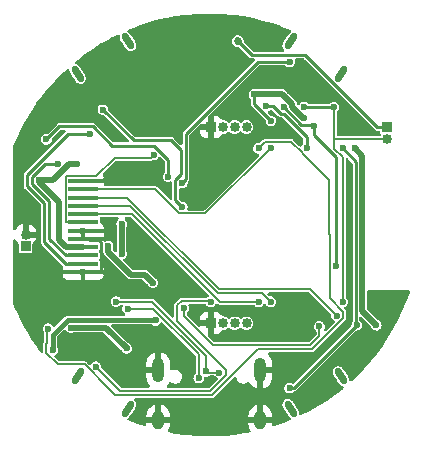
<source format=gbl>
G04 #@! TF.GenerationSoftware,KiCad,Pcbnew,(6.0.0-0)*
G04 #@! TF.CreationDate,2022-01-30T22:34:30+10:00*
G04 #@! TF.ProjectId,osw-light,6f73772d-6c69-4676-9874-2e6b69636164,3.3*
G04 #@! TF.SameCoordinates,Original*
G04 #@! TF.FileFunction,Copper,L2,Bot*
G04 #@! TF.FilePolarity,Positive*
%FSLAX46Y46*%
G04 Gerber Fmt 4.6, Leading zero omitted, Abs format (unit mm)*
G04 Created by KiCad (PCBNEW (6.0.0-0)) date 2022-01-30 22:34:30*
%MOMM*%
%LPD*%
G01*
G04 APERTURE LIST*
G04 Aperture macros list*
%AMHorizOval*
0 Thick line with rounded ends*
0 $1 width*
0 $2 $3 position (X,Y) of the first rounded end (center of the circle)*
0 $4 $5 position (X,Y) of the second rounded end (center of the circle)*
0 Add line between two ends*
20,1,$1,$2,$3,$4,$5,0*
0 Add two circle primitives to create the rounded ends*
1,1,$1,$2,$3*
1,1,$1,$4,$5*%
G04 Aperture macros list end*
G04 #@! TA.AperFunction,ComponentPad*
%ADD10O,1.000000X2.100000*%
G04 #@! TD*
G04 #@! TA.AperFunction,ComponentPad*
%ADD11O,1.000000X1.600000*%
G04 #@! TD*
G04 #@! TA.AperFunction,ComponentPad*
%ADD12HorizOval,0.600000X0.251623X-0.387466X-0.251623X0.387466X0*%
G04 #@! TD*
G04 #@! TA.AperFunction,ComponentPad*
%ADD13HorizOval,0.600000X-0.251623X-0.387466X0.251623X0.387466X0*%
G04 #@! TD*
G04 #@! TA.AperFunction,ComponentPad*
%ADD14HorizOval,0.600000X-0.251623X0.387466X0.251623X-0.387466X0*%
G04 #@! TD*
G04 #@! TA.AperFunction,ComponentPad*
%ADD15HorizOval,0.600000X0.251623X0.387466X-0.251623X-0.387466X0*%
G04 #@! TD*
G04 #@! TA.AperFunction,ComponentPad*
%ADD16R,0.850000X0.850000*%
G04 #@! TD*
G04 #@! TA.AperFunction,ComponentPad*
%ADD17O,0.850000X0.850000*%
G04 #@! TD*
G04 #@! TA.AperFunction,SMDPad,CuDef*
%ADD18R,2.500000X0.350000*%
G04 #@! TD*
G04 #@! TA.AperFunction,ViaPad*
%ADD19C,0.600000*%
G04 #@! TD*
G04 #@! TA.AperFunction,ViaPad*
%ADD20C,0.685800*%
G04 #@! TD*
G04 #@! TA.AperFunction,Conductor*
%ADD21C,0.250000*%
G04 #@! TD*
G04 #@! TA.AperFunction,Conductor*
%ADD22C,0.200000*%
G04 #@! TD*
G04 #@! TA.AperFunction,Conductor*
%ADD23C,0.500000*%
G04 #@! TD*
G04 #@! TA.AperFunction,Conductor*
%ADD24C,0.400000*%
G04 #@! TD*
G04 APERTURE END LIST*
D10*
X71880000Y-113910000D03*
D11*
X71880000Y-118090000D03*
D10*
X80520000Y-113910000D03*
D11*
X80520000Y-118090000D03*
D12*
X87356383Y-114396284D03*
X83095937Y-117163051D03*
D13*
X69304063Y-117163051D03*
X65043617Y-114396284D03*
D14*
X65043617Y-88803716D03*
X69304063Y-86036949D03*
D15*
X83095937Y-86036949D03*
X87356383Y-88803716D03*
D16*
X60640000Y-103417500D03*
D17*
X60640000Y-102417500D03*
D16*
X91240000Y-93332500D03*
D17*
X91240000Y-94332500D03*
D16*
X76350000Y-93300000D03*
D17*
X77350000Y-93300000D03*
X78350000Y-93300000D03*
X79350000Y-93300000D03*
D16*
X76350000Y-109910000D03*
D17*
X77350000Y-109910000D03*
X78350000Y-109910000D03*
X79350000Y-109910000D03*
D18*
X65528000Y-105577000D03*
X65528000Y-104877000D03*
X65528000Y-104177000D03*
X65528000Y-103477000D03*
X65528000Y-102777000D03*
X65528000Y-102077000D03*
X65528000Y-101377000D03*
X65528000Y-100677000D03*
X65528000Y-99977000D03*
X65528000Y-99277000D03*
X65528000Y-98577000D03*
X65528000Y-97877000D03*
D19*
X86930500Y-105060000D03*
X69200000Y-113595000D03*
X75310000Y-114551559D03*
X77049011Y-114092901D03*
X75950000Y-114002048D03*
X69200000Y-112045000D03*
X87480000Y-95100000D03*
X88684600Y-110083600D03*
X82993535Y-115417159D03*
X79975000Y-90500000D03*
X84217149Y-92542852D03*
X88496000Y-95100000D03*
X62936637Y-112216637D03*
X90334600Y-110083600D03*
X71650978Y-109680000D03*
X81417455Y-92782545D03*
X76304000Y-108100000D03*
X66596918Y-113592618D03*
X65528000Y-105577000D03*
X88251900Y-93218000D03*
X83841480Y-90740000D03*
X72583153Y-93871000D03*
X68200000Y-96740000D03*
X71564500Y-85331000D03*
X82330753Y-92846395D03*
X69905000Y-106500000D03*
X65430000Y-108090000D03*
X70045000Y-89480000D03*
X71935000Y-96740000D03*
X65528000Y-102077000D03*
X62992500Y-91249500D03*
X78425000Y-90500000D03*
X64480000Y-110290000D03*
X67627011Y-103409500D03*
X71395000Y-106480000D03*
X66088500Y-93916500D03*
X73900000Y-100076000D03*
X67190000Y-91824000D03*
X82993535Y-87782841D03*
X73900000Y-98044000D03*
X86740500Y-91630500D03*
X87480000Y-108100000D03*
X84241000Y-91589267D03*
D20*
X78611500Y-86029800D03*
D19*
X85090500Y-93218000D03*
X82496260Y-91634429D03*
X72710000Y-97500000D03*
X62410000Y-94355000D03*
X86969449Y-109265523D03*
X81010402Y-91563026D03*
X84432000Y-95100000D03*
X63355000Y-96430000D03*
X74019225Y-108630500D03*
X85525000Y-110190000D03*
X80368000Y-95100000D03*
X62562247Y-110370673D03*
X71490000Y-95649020D03*
X80368000Y-108100000D03*
X81400000Y-95100000D03*
X81384000Y-108100000D03*
X68764462Y-104037192D03*
X68783734Y-101496266D03*
X65005000Y-96430000D03*
X61775000Y-97800000D03*
X68300000Y-108080498D03*
X69282048Y-108680000D03*
D21*
X86930500Y-95857279D02*
X86930500Y-105060000D01*
X85090500Y-94017279D02*
X86930500Y-95857279D01*
X85090500Y-93218000D02*
X85090500Y-94017279D01*
X82496260Y-91634429D02*
X83979194Y-93117363D01*
X84989863Y-93117363D02*
X85090500Y-93218000D01*
X83979194Y-93117363D02*
X84989863Y-93117363D01*
X71880000Y-113910000D02*
X69515000Y-113910000D01*
X69515000Y-113910000D02*
X69200000Y-113595000D01*
X71880000Y-118090000D02*
X80520000Y-118090000D01*
X80520000Y-118090000D02*
X80520000Y-113910000D01*
D22*
X67613587Y-115386413D02*
X68201692Y-115974519D01*
X86350000Y-102400000D02*
X86350000Y-97800000D01*
X68201692Y-115974519D02*
X76438815Y-115974519D01*
X76438815Y-115974519D02*
X80292854Y-112120480D01*
X80292854Y-112120480D02*
X84891619Y-112120480D01*
X84891619Y-112120480D02*
X87550000Y-109462099D01*
X86350000Y-97800000D02*
X84102437Y-95552437D01*
X87550000Y-108947127D02*
X86380989Y-107778116D01*
X87550000Y-109462099D02*
X87550000Y-108947127D01*
X86380989Y-107778116D02*
X86380989Y-102430989D01*
X86380989Y-102430989D02*
X86350000Y-102400000D01*
X83105362Y-94550489D02*
X80917511Y-94550489D01*
X84102437Y-95552437D02*
X84102437Y-95547564D01*
X84102437Y-95547564D02*
X83105362Y-94550489D01*
X80917511Y-94550489D02*
X80368000Y-95100000D01*
X73469714Y-108402884D02*
X73469714Y-109733018D01*
X73469714Y-109733018D02*
X77598522Y-113861826D01*
X77598522Y-113861826D02*
X77598522Y-114320517D01*
X77598522Y-114320517D02*
X76294039Y-115625000D01*
X76294039Y-115625000D02*
X68629300Y-115625000D01*
X75950000Y-114002048D02*
X75950000Y-112707600D01*
X75950000Y-112707600D02*
X71322898Y-108080498D01*
X71322898Y-108080498D02*
X68300000Y-108080498D01*
X75310000Y-114551559D02*
X75310000Y-112561895D01*
X75310000Y-112561895D02*
X71428105Y-108680000D01*
X77049011Y-114092901D02*
X76040853Y-114092901D01*
X76040853Y-114092901D02*
X75950000Y-114002048D01*
X76304000Y-108100000D02*
X76224000Y-108020000D01*
X76224000Y-108020000D02*
X73852598Y-108020000D01*
X73852598Y-108020000D02*
X73469714Y-108402884D01*
X68629300Y-115625000D02*
X66596918Y-113592618D01*
X71428105Y-108680000D02*
X69282048Y-108680000D01*
D23*
X69200000Y-112045000D02*
X67445000Y-110290000D01*
X67445000Y-110290000D02*
X64480000Y-110290000D01*
D21*
X83351041Y-115417159D02*
X88684600Y-110083600D01*
X88598792Y-109997792D02*
X88598792Y-96238792D01*
X88598792Y-96238792D02*
X87480000Y-95120000D01*
X88684600Y-110083600D02*
X88598792Y-109997792D01*
X87480000Y-95120000D02*
X87480000Y-95100000D01*
X82993535Y-115417159D02*
X83351041Y-115417159D01*
D24*
X62936637Y-110914815D02*
X62936637Y-112216637D01*
X71650978Y-109680000D02*
X71611467Y-109640489D01*
D23*
X83195771Y-91344681D02*
X83195771Y-91592156D01*
D24*
X64210963Y-109640489D02*
X62936637Y-110914815D01*
D23*
X90334600Y-110083600D02*
X89123312Y-108872312D01*
D21*
X79975000Y-91340090D02*
X81417455Y-92782545D01*
D23*
X84146467Y-92542852D02*
X84217149Y-92542852D01*
D21*
X79975000Y-90500000D02*
X79975000Y-91340090D01*
D23*
X83195771Y-91592156D02*
X84146467Y-92542852D01*
X79975000Y-90500000D02*
X82351090Y-90500000D01*
X82351090Y-90500000D02*
X83195771Y-91344681D01*
X89123312Y-95727312D02*
X88496000Y-95100000D01*
X89123312Y-108872312D02*
X89123312Y-95727312D01*
D24*
X71611467Y-109640489D02*
X64210963Y-109640489D01*
D21*
X83841480Y-90740000D02*
X86651662Y-90740000D01*
X88251900Y-92329418D02*
X88251900Y-93218000D01*
X67063000Y-97877000D02*
X68200000Y-96740000D01*
X78425000Y-90500000D02*
X79162518Y-90500000D01*
X86651662Y-90740000D02*
X86657072Y-90734590D01*
X65528000Y-102777000D02*
X66029500Y-102777000D01*
X66863000Y-105577000D02*
X65528000Y-105577000D01*
X67052511Y-103027489D02*
X67052511Y-105387489D01*
X79162518Y-90500000D02*
X79737029Y-89925489D01*
X82518363Y-89925489D02*
X82796437Y-90203563D01*
X81820092Y-93357056D02*
X81179484Y-93357056D01*
X67052511Y-105387489D02*
X66863000Y-105577000D01*
X66029500Y-102777000D02*
X66087500Y-102835000D01*
X70045000Y-91332847D02*
X72583153Y-93871000D01*
X68275500Y-91249500D02*
X62992500Y-91249500D01*
X80842944Y-92917944D02*
X78425000Y-90500000D01*
X82896437Y-90303563D02*
X82568354Y-89975480D01*
X68200000Y-96740000D02*
X71935000Y-96740000D01*
D22*
X65528000Y-105577000D02*
X65528000Y-107992000D01*
D21*
X82330753Y-92846395D02*
X81820092Y-93357056D01*
X68165022Y-106500000D02*
X69905000Y-106500000D01*
X79737029Y-89925489D02*
X82518363Y-89925489D01*
X70045000Y-89480000D02*
X70045000Y-86850500D01*
X67052511Y-105387489D02*
X68165022Y-106500000D01*
X81179484Y-93357056D02*
X80842944Y-93020516D01*
D22*
X65528000Y-107992000D02*
X65430000Y-108090000D01*
D21*
X70045000Y-89480000D02*
X68275500Y-91249500D01*
X83836070Y-90734590D02*
X83841480Y-90740000D01*
X66087500Y-102835000D02*
X66860022Y-102835000D01*
X86657072Y-90734590D02*
X88251900Y-92329418D01*
X83327464Y-90734590D02*
X82896437Y-90303563D01*
X65528000Y-102077000D02*
X65528000Y-102777000D01*
X83327464Y-90734590D02*
X83836070Y-90734590D01*
X66860022Y-102835000D02*
X67052511Y-103027489D01*
X65528000Y-97877000D02*
X67063000Y-97877000D01*
X80842944Y-93020516D02*
X80842944Y-92917944D01*
X70045000Y-89480000D02*
X70045000Y-91332847D01*
X70045000Y-86850500D02*
X71564500Y-85331000D01*
D23*
X70715489Y-105800489D02*
X71395000Y-106480000D01*
X67627011Y-103409500D02*
X67627011Y-103889000D01*
X67627011Y-103889000D02*
X69538500Y-105800489D01*
X69538500Y-105800489D02*
X70715489Y-105800489D01*
D21*
X64028000Y-104877000D02*
X62226449Y-103075449D01*
X65528000Y-104877000D02*
X64028000Y-104877000D01*
X60800969Y-97354025D02*
X64238494Y-93916500D01*
X62226449Y-103075449D02*
X62226449Y-99750000D01*
X64238494Y-93916500D02*
X66088500Y-93916500D01*
X60800969Y-98324520D02*
X60800969Y-97354025D01*
X62226449Y-99750000D02*
X60800969Y-98324520D01*
X69811500Y-94445500D02*
X67190000Y-91824000D01*
X72977982Y-94445500D02*
X73814511Y-95282029D01*
X73325489Y-97806029D02*
X73325489Y-99501489D01*
X71435036Y-94445500D02*
X72977982Y-94445500D01*
X73325489Y-99501489D02*
X73900000Y-100076000D01*
X71435036Y-94445500D02*
X69811500Y-94445500D01*
X73814511Y-97317007D02*
X73325489Y-97806029D01*
X73814511Y-95282029D02*
X73814511Y-97317007D01*
X74214031Y-97729969D02*
X73900000Y-98044000D01*
X80329677Y-87782841D02*
X74214031Y-93898487D01*
X82993535Y-87782841D02*
X80329677Y-87782841D01*
X74214031Y-93898487D02*
X74214031Y-97729969D01*
X86740500Y-91630500D02*
X84282233Y-91630500D01*
D22*
X87480000Y-108100000D02*
X87480000Y-95877127D01*
X87480000Y-95877127D02*
X86740500Y-95137627D01*
X86740500Y-94410500D02*
X86818500Y-94332500D01*
X86740500Y-95137627D02*
X86740500Y-94410500D01*
D21*
X84282233Y-91630500D02*
X84241000Y-91589267D01*
D22*
X86740500Y-94410500D02*
X86740500Y-91630500D01*
X86818500Y-94332500D02*
X91240000Y-94332500D01*
D21*
X79790030Y-87208330D02*
X84308330Y-87208330D01*
X78611500Y-86029800D02*
X79790030Y-87208330D01*
X90432500Y-93332500D02*
X91240000Y-93332500D01*
X84308330Y-87208330D02*
X90432500Y-93332500D01*
X71533462Y-94880000D02*
X67940000Y-94880000D01*
X72710000Y-96056538D02*
X71533462Y-94880000D01*
X63505000Y-93260000D02*
X62410000Y-94355000D01*
X66320000Y-93260000D02*
X63505000Y-93260000D01*
X67940000Y-94880000D02*
X66320000Y-93260000D01*
X72710000Y-97500000D02*
X72710000Y-96056538D01*
D22*
X69265590Y-99277000D02*
X77039072Y-107050480D01*
X84754406Y-107050480D02*
X86969449Y-109265523D01*
X77039072Y-107050480D02*
X84754406Y-107050480D01*
X65528000Y-99277000D02*
X69265590Y-99277000D01*
D21*
X84432000Y-94135175D02*
X84432000Y-95100000D01*
X82518412Y-92221587D02*
X84432000Y-94135175D01*
X81010402Y-91563026D02*
X81612375Y-91563026D01*
X82270936Y-92221587D02*
X82518412Y-92221587D01*
X81612375Y-91563026D02*
X82270936Y-92221587D01*
X61200489Y-98154520D02*
X61200489Y-97519511D01*
X62625970Y-102774970D02*
X62625969Y-99580000D01*
X62290000Y-96430000D02*
X63355000Y-96430000D01*
X65528000Y-104177000D02*
X64028000Y-104177000D01*
X64028000Y-104177000D02*
X62625970Y-102774970D01*
X61200489Y-97519511D02*
X62290000Y-96430000D01*
X62625969Y-99580000D02*
X61200489Y-98154520D01*
D22*
X74019225Y-109316339D02*
X74019225Y-108630500D01*
X84746843Y-111770960D02*
X76473846Y-111770960D01*
X85525000Y-110992803D02*
X84746843Y-111770960D01*
X76473846Y-111770960D02*
X74019225Y-109316339D01*
X85525000Y-110190000D02*
X85525000Y-110992803D01*
X67695732Y-115468559D02*
X65634580Y-113407407D01*
X62487117Y-110445803D02*
X62562247Y-110370673D01*
X62487117Y-111600000D02*
X62487117Y-110445803D01*
X62387126Y-111699991D02*
X62487117Y-111600000D01*
X63350280Y-113407407D02*
X62387126Y-112444253D01*
X65634580Y-113407407D02*
X63350280Y-113407407D01*
X62387126Y-112444253D02*
X62387126Y-111699991D01*
X71239020Y-95900000D02*
X71490000Y-95649020D01*
X68180000Y-95900000D02*
X71239020Y-95900000D01*
X64028489Y-97452489D02*
X66627511Y-97452489D01*
X66627511Y-97452489D02*
X68180000Y-95900000D01*
X64078000Y-101377000D02*
X64028489Y-101327489D01*
X65528000Y-101377000D02*
X64078000Y-101377000D01*
X64028489Y-101327489D02*
X64028489Y-97452489D01*
X69677000Y-100677000D02*
X65528000Y-100677000D01*
X77100000Y-108100000D02*
X69677000Y-100677000D01*
X80368000Y-108100000D02*
X77100000Y-108100000D01*
X75874489Y-100625511D02*
X81400000Y-95100000D01*
X71623873Y-98577000D02*
X73672384Y-100625511D01*
X65528000Y-98577000D02*
X71623873Y-98577000D01*
X73672384Y-100625511D02*
X75874489Y-100625511D01*
X80684000Y-107400000D02*
X81384000Y-108100000D01*
X65528000Y-99977000D02*
X69471295Y-99977000D01*
X69471295Y-99977000D02*
X76894296Y-107400000D01*
X76894296Y-107400000D02*
X80684000Y-107400000D01*
D23*
X68783734Y-104017920D02*
X68764462Y-104037192D01*
X68783734Y-101496266D02*
X68783734Y-104017920D01*
X64344259Y-96430000D02*
X62974259Y-97800000D01*
X61775000Y-97800000D02*
X61775000Y-97987247D01*
X62974259Y-97800000D02*
X61775000Y-97800000D01*
X63478969Y-99691216D02*
X63478969Y-102878969D01*
X65005000Y-96430000D02*
X64344259Y-96430000D01*
X61775000Y-97987247D02*
X63478969Y-99691216D01*
X64077000Y-103477000D02*
X65528000Y-103477000D01*
X63478969Y-102878969D02*
X64077000Y-103477000D01*
G04 #@! TA.AperFunction,Conductor*
G36*
X87939012Y-95969082D02*
G01*
X87945595Y-95975211D01*
X88286387Y-96316003D01*
X88320413Y-96378315D01*
X88323292Y-96405098D01*
X88323292Y-109769287D01*
X88304043Y-109833650D01*
X88304196Y-109833722D01*
X88300382Y-109841845D01*
X88300381Y-109841847D01*
X88297949Y-109847028D01*
X88249354Y-109950532D01*
X88247974Y-109959398D01*
X88230882Y-110069167D01*
X88230882Y-110069171D01*
X88229501Y-110078040D01*
X88230665Y-110086944D01*
X88230556Y-110095916D01*
X88227070Y-110095873D01*
X88218678Y-110149443D01*
X88193828Y-110184756D01*
X83371892Y-115006692D01*
X83309580Y-115040718D01*
X83238765Y-115035653D01*
X83214267Y-115023331D01*
X83191972Y-115008881D01*
X83191971Y-115008880D01*
X83184441Y-115004000D01*
X83175846Y-115001430D01*
X83175845Y-115001429D01*
X83069409Y-114969597D01*
X83069407Y-114969597D01*
X83060808Y-114967025D01*
X83051833Y-114966970D01*
X83051832Y-114966970D01*
X82997176Y-114966636D01*
X82931766Y-114966237D01*
X82920010Y-114969597D01*
X82816321Y-114999231D01*
X82816319Y-114999232D01*
X82807690Y-115001698D01*
X82800100Y-115006487D01*
X82714695Y-115060374D01*
X82698554Y-115070558D01*
X82692611Y-115077287D01*
X82692610Y-115077288D01*
X82678588Y-115093165D01*
X82613131Y-115167281D01*
X82609317Y-115175404D01*
X82609316Y-115175406D01*
X82596013Y-115203741D01*
X82558289Y-115284091D01*
X82549958Y-115337595D01*
X82539817Y-115402726D01*
X82539817Y-115402730D01*
X82538436Y-115411599D01*
X82539600Y-115420501D01*
X82539600Y-115420504D01*
X82554003Y-115530648D01*
X82554004Y-115530652D01*
X82555168Y-115539553D01*
X82565306Y-115562593D01*
X82602442Y-115646991D01*
X82607140Y-115657669D01*
X82612917Y-115664542D01*
X82612918Y-115664543D01*
X82684394Y-115749574D01*
X82690174Y-115756450D01*
X82797595Y-115827955D01*
X82920768Y-115866437D01*
X82929738Y-115866601D01*
X82929742Y-115866602D01*
X82988477Y-115867678D01*
X83049790Y-115868802D01*
X83112040Y-115851830D01*
X83165627Y-115837221D01*
X83165628Y-115837221D01*
X83174290Y-115834859D01*
X83181940Y-115830162D01*
X83181942Y-115830161D01*
X83276607Y-115772037D01*
X83276610Y-115772034D01*
X83284259Y-115767338D01*
X83318114Y-115729936D01*
X83378655Y-115692856D01*
X83386942Y-115690915D01*
X83409104Y-115686507D01*
X83446366Y-115679095D01*
X83446367Y-115679095D01*
X83458536Y-115676674D01*
X83502959Y-115646991D01*
X83502959Y-115646992D01*
X83502962Y-115646989D01*
X83526663Y-115631153D01*
X83529230Y-115634994D01*
X83529231Y-115634993D01*
X83526664Y-115631152D01*
X83539352Y-115622674D01*
X83549665Y-115615783D01*
X83558143Y-115603095D01*
X83573813Y-115584003D01*
X88586837Y-110570979D01*
X88649149Y-110536953D01*
X88678239Y-110534095D01*
X88740855Y-110535243D01*
X88845354Y-110506753D01*
X88856692Y-110503662D01*
X88856693Y-110503662D01*
X88865355Y-110501300D01*
X88873005Y-110496603D01*
X88873007Y-110496602D01*
X88967672Y-110438478D01*
X88967675Y-110438475D01*
X88975324Y-110433779D01*
X88981350Y-110427122D01*
X89055900Y-110344761D01*
X89055903Y-110344757D01*
X89061922Y-110338107D01*
X89118188Y-110221975D01*
X89120744Y-110206786D01*
X89138790Y-110099517D01*
X89139597Y-110094720D01*
X89139733Y-110083600D01*
X89132172Y-110030802D01*
X89122712Y-109964745D01*
X89122711Y-109964742D01*
X89121439Y-109955859D01*
X89117725Y-109947690D01*
X89071745Y-109846562D01*
X89071743Y-109846559D01*
X89068028Y-109838388D01*
X89014996Y-109776841D01*
X88989651Y-109747426D01*
X88989649Y-109747424D01*
X88983793Y-109740628D01*
X88976262Y-109735747D01*
X88976259Y-109735744D01*
X88931760Y-109706901D01*
X88885476Y-109653066D01*
X88874292Y-109601169D01*
X88874292Y-109493875D01*
X88894294Y-109425754D01*
X88947950Y-109379261D01*
X89018224Y-109369157D01*
X89082804Y-109398651D01*
X89089387Y-109404780D01*
X89883943Y-110199336D01*
X89910177Y-110237685D01*
X89943050Y-110312394D01*
X89948205Y-110324110D01*
X89953982Y-110330983D01*
X89953983Y-110330984D01*
X90022415Y-110412394D01*
X90031239Y-110422891D01*
X90038716Y-110427868D01*
X90131137Y-110489388D01*
X90138660Y-110494396D01*
X90219506Y-110519654D01*
X90250352Y-110529291D01*
X90261833Y-110532878D01*
X90270803Y-110533042D01*
X90270807Y-110533043D01*
X90328226Y-110534095D01*
X90390855Y-110535243D01*
X90495354Y-110506753D01*
X90506692Y-110503662D01*
X90506693Y-110503662D01*
X90515355Y-110501300D01*
X90523005Y-110496603D01*
X90523007Y-110496602D01*
X90617672Y-110438478D01*
X90617675Y-110438475D01*
X90625324Y-110433779D01*
X90631350Y-110427122D01*
X90705900Y-110344761D01*
X90705903Y-110344757D01*
X90711922Y-110338107D01*
X90768188Y-110221975D01*
X90770744Y-110206786D01*
X90788790Y-110099517D01*
X90789597Y-110094720D01*
X90789733Y-110083600D01*
X90782172Y-110030802D01*
X90772712Y-109964745D01*
X90772711Y-109964742D01*
X90771439Y-109955859D01*
X90767725Y-109947690D01*
X90721745Y-109846562D01*
X90721743Y-109846559D01*
X90718028Y-109838388D01*
X90664996Y-109776841D01*
X90639651Y-109747426D01*
X90639649Y-109747424D01*
X90633793Y-109740628D01*
X90525506Y-109670441D01*
X90502247Y-109663485D01*
X90449256Y-109631863D01*
X89560717Y-108743324D01*
X89526691Y-108681012D01*
X89523812Y-108654229D01*
X89523812Y-107223247D01*
X89543814Y-107155126D01*
X89597470Y-107108633D01*
X89649142Y-107097249D01*
X93061873Y-107079119D01*
X93130099Y-107098759D01*
X93176876Y-107152167D01*
X93187353Y-107222386D01*
X93182784Y-107242772D01*
X93150948Y-107344432D01*
X93149053Y-107350019D01*
X92863498Y-108131536D01*
X92861345Y-108137029D01*
X92539492Y-108904393D01*
X92537083Y-108909778D01*
X92179685Y-109661191D01*
X92177027Y-109666458D01*
X91784835Y-110400345D01*
X91781933Y-110405481D01*
X91355841Y-111120169D01*
X91352703Y-111125164D01*
X90893596Y-111819168D01*
X90890226Y-111824011D01*
X90400223Y-112494281D01*
X90399164Y-112495729D01*
X90395577Y-112500403D01*
X90260350Y-112668280D01*
X89873588Y-113148426D01*
X89869781Y-113152932D01*
X89318041Y-113775802D01*
X89314027Y-113780125D01*
X89223915Y-113872733D01*
X88747807Y-114362026D01*
X88733745Y-114376477D01*
X88729535Y-114380606D01*
X88653024Y-114452203D01*
X88270573Y-114810090D01*
X88207167Y-114842030D01*
X88136558Y-114834620D01*
X88081164Y-114790212D01*
X88060119Y-114735125D01*
X88060295Y-114729017D01*
X88024207Y-114598446D01*
X88021045Y-114592621D01*
X88006131Y-114569655D01*
X87991781Y-114531120D01*
X87990111Y-114531599D01*
X87987637Y-114522972D01*
X87986411Y-114514078D01*
X87982739Y-114505888D01*
X87982738Y-114505885D01*
X87945136Y-114422023D01*
X87943144Y-114417580D01*
X87940069Y-114412844D01*
X87616667Y-113914851D01*
X87577181Y-113854048D01*
X87509546Y-113776653D01*
X87501978Y-113771822D01*
X87501974Y-113771819D01*
X87500840Y-113771095D01*
X87496688Y-113767272D01*
X87495173Y-113765969D01*
X87495217Y-113765918D01*
X87468368Y-113741197D01*
X87466710Y-113739018D01*
X87464145Y-113735069D01*
X87396998Y-113659306D01*
X87322810Y-113614110D01*
X87289352Y-113593727D01*
X87289350Y-113593726D01*
X87281308Y-113588827D01*
X87272182Y-113586509D01*
X87272179Y-113586508D01*
X87159138Y-113557799D01*
X87159135Y-113557799D01*
X87150009Y-113555481D01*
X87140604Y-113555949D01*
X87140601Y-113555949D01*
X87068273Y-113559550D01*
X87014709Y-113562217D01*
X86887372Y-113608438D01*
X86779254Y-113690059D01*
X86773735Y-113697697D01*
X86773734Y-113697698D01*
X86731777Y-113755766D01*
X86699915Y-113799862D01*
X86683013Y-113849655D01*
X86666294Y-113898911D01*
X86656372Y-113928140D01*
X86654447Y-113994957D01*
X86653281Y-114035450D01*
X86652471Y-114063551D01*
X86654979Y-114072624D01*
X86654979Y-114072627D01*
X86686643Y-114187194D01*
X86688558Y-114194122D01*
X86691721Y-114199947D01*
X86693066Y-114202018D01*
X86706635Y-114222913D01*
X86720985Y-114261448D01*
X86722655Y-114260969D01*
X86725129Y-114269596D01*
X86726355Y-114278490D01*
X86730027Y-114286680D01*
X86730028Y-114286683D01*
X86733911Y-114295343D01*
X86769622Y-114374988D01*
X86772273Y-114379070D01*
X86772274Y-114379072D01*
X86896949Y-114571054D01*
X87135585Y-114938520D01*
X87138533Y-114941894D01*
X87138535Y-114941896D01*
X87149631Y-114954593D01*
X87203220Y-115015915D01*
X87210788Y-115020746D01*
X87210792Y-115020749D01*
X87211926Y-115021473D01*
X87216078Y-115025296D01*
X87217593Y-115026599D01*
X87217549Y-115026650D01*
X87244398Y-115051371D01*
X87246056Y-115053550D01*
X87248621Y-115057499D01*
X87315768Y-115133262D01*
X87360566Y-115160553D01*
X87423414Y-115198841D01*
X87423416Y-115198842D01*
X87431458Y-115203741D01*
X87440586Y-115206059D01*
X87440588Y-115206060D01*
X87496949Y-115220374D01*
X87558050Y-115256529D01*
X87589904Y-115319978D01*
X87582399Y-115390577D01*
X87547624Y-115438427D01*
X87484051Y-115492564D01*
X87479476Y-115496279D01*
X87391470Y-115564381D01*
X86821394Y-116005524D01*
X86816646Y-116009024D01*
X86135447Y-116486909D01*
X86130560Y-116490169D01*
X85427756Y-116935634D01*
X85422701Y-116938675D01*
X84699785Y-117350772D01*
X84694592Y-117353572D01*
X83979948Y-117717738D01*
X83910172Y-117730846D01*
X83844386Y-117704148D01*
X83803478Y-117646122D01*
X83796793Y-117601848D01*
X83799849Y-117495784D01*
X83763761Y-117365213D01*
X83760599Y-117359388D01*
X83745685Y-117336422D01*
X83731335Y-117297887D01*
X83729665Y-117298366D01*
X83727191Y-117289739D01*
X83725965Y-117280845D01*
X83722293Y-117272655D01*
X83722292Y-117272652D01*
X83684690Y-117188790D01*
X83682698Y-117184347D01*
X83659077Y-117147973D01*
X83359060Y-116685989D01*
X83316735Y-116620815D01*
X83249100Y-116543420D01*
X83241532Y-116538589D01*
X83241528Y-116538586D01*
X83240394Y-116537862D01*
X83236242Y-116534039D01*
X83234727Y-116532736D01*
X83234771Y-116532685D01*
X83207922Y-116507964D01*
X83206264Y-116505785D01*
X83203699Y-116501836D01*
X83136552Y-116426073D01*
X83062364Y-116380877D01*
X83028906Y-116360494D01*
X83028904Y-116360493D01*
X83020862Y-116355594D01*
X83011736Y-116353276D01*
X83011733Y-116353275D01*
X82898692Y-116324566D01*
X82898689Y-116324566D01*
X82889563Y-116322248D01*
X82880158Y-116322716D01*
X82880155Y-116322716D01*
X82807827Y-116326317D01*
X82754263Y-116328984D01*
X82626926Y-116375205D01*
X82518808Y-116456826D01*
X82513289Y-116464464D01*
X82513288Y-116464465D01*
X82484080Y-116504888D01*
X82439469Y-116566629D01*
X82395926Y-116694907D01*
X82392025Y-116830318D01*
X82394533Y-116839391D01*
X82394533Y-116839394D01*
X82424372Y-116947356D01*
X82428112Y-116960889D01*
X82431275Y-116966714D01*
X82432620Y-116968785D01*
X82446189Y-116989680D01*
X82460539Y-117028215D01*
X82462209Y-117027736D01*
X82464683Y-117036363D01*
X82465909Y-117045257D01*
X82469581Y-117053447D01*
X82469582Y-117053450D01*
X82481965Y-117081067D01*
X82509176Y-117141755D01*
X82511827Y-117145837D01*
X82511828Y-117145839D01*
X82674842Y-117396858D01*
X82875139Y-117705287D01*
X82878087Y-117708661D01*
X82878089Y-117708663D01*
X82886020Y-117717738D01*
X82942774Y-117782682D01*
X82950342Y-117787513D01*
X82950346Y-117787516D01*
X82951480Y-117788240D01*
X82955632Y-117792063D01*
X82957147Y-117793366D01*
X82957103Y-117793417D01*
X82983952Y-117818138D01*
X82985610Y-117820317D01*
X82988175Y-117824266D01*
X83055322Y-117900029D01*
X83068085Y-117907805D01*
X83115854Y-117960325D01*
X83127645Y-118030336D01*
X83099713Y-118095607D01*
X83048991Y-118132531D01*
X82865543Y-118205299D01*
X82501092Y-118349865D01*
X82410749Y-118385701D01*
X82405218Y-118387746D01*
X81688073Y-118634031D01*
X81617150Y-118637240D01*
X81555751Y-118601594D01*
X81523369Y-118538412D01*
X81521934Y-118500818D01*
X81527607Y-118450239D01*
X81528000Y-118443215D01*
X81528000Y-118362115D01*
X81523525Y-118346876D01*
X81522135Y-118345671D01*
X81514452Y-118344000D01*
X79530115Y-118344000D01*
X79514876Y-118348475D01*
X79513671Y-118349865D01*
X79512000Y-118357548D01*
X79512000Y-118436657D01*
X79512301Y-118442805D01*
X79525812Y-118580603D01*
X79528195Y-118592638D01*
X79581767Y-118770076D01*
X79586441Y-118781416D01*
X79673460Y-118945077D01*
X79680248Y-118955293D01*
X79685273Y-118961455D01*
X79712825Y-119026888D01*
X79700628Y-119096829D01*
X79652555Y-119149073D01*
X79611467Y-119164813D01*
X79356081Y-119214017D01*
X79176521Y-119248611D01*
X79170704Y-119249591D01*
X78347171Y-119368590D01*
X78341314Y-119369297D01*
X77513083Y-119449621D01*
X77507199Y-119450052D01*
X76676157Y-119491518D01*
X76670265Y-119491674D01*
X76196195Y-119493110D01*
X75838177Y-119494195D01*
X75832279Y-119494075D01*
X75000982Y-119457645D01*
X74995096Y-119457249D01*
X74507267Y-119412921D01*
X74166414Y-119381948D01*
X74160569Y-119381279D01*
X73336292Y-119267267D01*
X73330491Y-119266326D01*
X73035590Y-119211361D01*
X72790186Y-119165621D01*
X72726884Y-119133476D01*
X72691009Y-119072209D01*
X72693953Y-119001274D01*
X72709306Y-118970573D01*
X72718706Y-118956844D01*
X72808002Y-118794415D01*
X72812834Y-118783142D01*
X72868880Y-118606462D01*
X72871430Y-118594468D01*
X72887607Y-118450239D01*
X72888000Y-118443215D01*
X72888000Y-118362115D01*
X72883525Y-118346876D01*
X72882135Y-118345671D01*
X72874452Y-118344000D01*
X70890115Y-118344000D01*
X70874876Y-118348475D01*
X70873671Y-118349865D01*
X70872000Y-118357548D01*
X70872000Y-118436657D01*
X70872301Y-118442806D01*
X70877970Y-118500629D01*
X70864710Y-118570376D01*
X70815847Y-118621883D01*
X70746895Y-118638796D01*
X70712369Y-118632338D01*
X70096641Y-118425045D01*
X70091095Y-118423033D01*
X69348179Y-118133540D01*
X69291969Y-118090169D01*
X69268130Y-118023295D01*
X69284231Y-117954148D01*
X69313867Y-117918843D01*
X69385460Y-117859932D01*
X69391009Y-117855366D01*
X69395043Y-117850108D01*
X69409958Y-117827141D01*
X69419402Y-117817885D01*
X70872000Y-117817885D01*
X70876475Y-117833124D01*
X70877865Y-117834329D01*
X70885548Y-117836000D01*
X71607885Y-117836000D01*
X71623124Y-117831525D01*
X71624329Y-117830135D01*
X71626000Y-117822452D01*
X71626000Y-117817885D01*
X72134000Y-117817885D01*
X72138475Y-117833124D01*
X72139865Y-117834329D01*
X72147548Y-117836000D01*
X72869885Y-117836000D01*
X72885124Y-117831525D01*
X72886329Y-117830135D01*
X72888000Y-117822452D01*
X72888000Y-117817885D01*
X79512000Y-117817885D01*
X79516475Y-117833124D01*
X79517865Y-117834329D01*
X79525548Y-117836000D01*
X80247885Y-117836000D01*
X80263124Y-117831525D01*
X80264329Y-117830135D01*
X80266000Y-117822452D01*
X80266000Y-117817885D01*
X80774000Y-117817885D01*
X80778475Y-117833124D01*
X80779865Y-117834329D01*
X80787548Y-117836000D01*
X81509885Y-117836000D01*
X81525124Y-117831525D01*
X81526329Y-117830135D01*
X81528000Y-117822452D01*
X81528000Y-117743343D01*
X81527699Y-117737195D01*
X81514188Y-117599397D01*
X81511805Y-117587362D01*
X81458233Y-117409924D01*
X81453559Y-117398584D01*
X81366540Y-117234923D01*
X81359751Y-117224706D01*
X81242603Y-117081067D01*
X81233959Y-117072363D01*
X81091144Y-116954216D01*
X81080973Y-116947356D01*
X80917924Y-116859196D01*
X80906619Y-116854444D01*
X80791308Y-116818750D01*
X80777205Y-116818544D01*
X80774000Y-116825299D01*
X80774000Y-117817885D01*
X80266000Y-117817885D01*
X80266000Y-116832076D01*
X80262027Y-116818545D01*
X80254232Y-116817425D01*
X80146479Y-116849138D01*
X80135111Y-116853731D01*
X79970846Y-116939607D01*
X79960585Y-116946321D01*
X79816128Y-117062467D01*
X79807368Y-117071046D01*
X79688222Y-117213039D01*
X79681292Y-117223159D01*
X79591998Y-117385585D01*
X79587166Y-117396858D01*
X79531120Y-117573538D01*
X79528570Y-117585532D01*
X79512393Y-117729761D01*
X79512000Y-117736785D01*
X79512000Y-117817885D01*
X72888000Y-117817885D01*
X72888000Y-117743343D01*
X72887699Y-117737195D01*
X72874188Y-117599397D01*
X72871805Y-117587362D01*
X72818233Y-117409924D01*
X72813559Y-117398584D01*
X72726540Y-117234923D01*
X72719751Y-117224706D01*
X72602603Y-117081067D01*
X72593959Y-117072363D01*
X72451144Y-116954216D01*
X72440973Y-116947356D01*
X72277924Y-116859196D01*
X72266619Y-116854444D01*
X72151308Y-116818750D01*
X72137205Y-116818544D01*
X72134000Y-116825299D01*
X72134000Y-117817885D01*
X71626000Y-117817885D01*
X71626000Y-116832076D01*
X71622027Y-116818545D01*
X71614232Y-116817425D01*
X71506479Y-116849138D01*
X71495111Y-116853731D01*
X71330846Y-116939607D01*
X71320585Y-116946321D01*
X71176128Y-117062467D01*
X71167368Y-117071046D01*
X71048222Y-117213039D01*
X71041292Y-117223159D01*
X70951998Y-117385585D01*
X70947166Y-117396858D01*
X70891120Y-117573538D01*
X70888570Y-117585532D01*
X70872393Y-117729761D01*
X70872000Y-117736785D01*
X70872000Y-117817885D01*
X69419402Y-117817885D01*
X69439323Y-117798361D01*
X69438206Y-117797029D01*
X69445085Y-117791257D01*
X69452707Y-117786522D01*
X69459116Y-117779367D01*
X69520020Y-117711368D01*
X69520021Y-117711367D01*
X69523264Y-117707746D01*
X69711990Y-117417134D01*
X69886786Y-117147973D01*
X69886787Y-117147972D01*
X69889227Y-117144214D01*
X69927086Y-117062467D01*
X69928649Y-117059093D01*
X69928650Y-117059089D01*
X69932421Y-117050947D01*
X69933957Y-117040730D01*
X69935771Y-117035352D01*
X69936335Y-117033472D01*
X69936399Y-117033491D01*
X69948065Y-116998903D01*
X69949383Y-116996498D01*
X69951943Y-116992556D01*
X69993845Y-116900397D01*
X70004403Y-116818544D01*
X70009971Y-116775382D01*
X70009971Y-116775379D01*
X70011175Y-116766044D01*
X69988234Y-116632533D01*
X69981058Y-116618356D01*
X69931304Y-116520075D01*
X69927049Y-116511670D01*
X69856481Y-116438466D01*
X69823603Y-116375542D01*
X69829965Y-116304831D01*
X69873546Y-116248784D01*
X69947194Y-116225019D01*
X76401730Y-116225019D01*
X76426311Y-116227440D01*
X76426643Y-116227506D01*
X76426644Y-116227506D01*
X76438815Y-116229927D01*
X76450986Y-116227506D01*
X76524385Y-116212906D01*
X76536556Y-116210485D01*
X76566351Y-116190576D01*
X76619416Y-116155120D01*
X76626308Y-116144805D01*
X76626310Y-116144803D01*
X76626503Y-116144514D01*
X76642173Y-116125421D01*
X78298788Y-114468806D01*
X78361100Y-114434780D01*
X78431915Y-114439845D01*
X78488751Y-114482392D01*
X78512805Y-114541454D01*
X78519571Y-114592846D01*
X78578567Y-114735276D01*
X78672417Y-114857583D01*
X78794724Y-114951433D01*
X78937154Y-115010429D01*
X79051627Y-115025500D01*
X79128373Y-115025500D01*
X79242846Y-115010429D01*
X79385276Y-114951433D01*
X79402105Y-114938520D01*
X79425517Y-114920555D01*
X79447839Y-114903427D01*
X79514058Y-114877826D01*
X79583607Y-114892090D01*
X79635794Y-114944237D01*
X79673457Y-115015073D01*
X79680249Y-115025294D01*
X79797397Y-115168933D01*
X79806041Y-115177637D01*
X79948856Y-115295784D01*
X79959027Y-115302644D01*
X80122076Y-115390804D01*
X80133381Y-115395556D01*
X80248692Y-115431250D01*
X80262795Y-115431456D01*
X80266000Y-115424701D01*
X80266000Y-115417924D01*
X80774000Y-115417924D01*
X80777973Y-115431455D01*
X80785768Y-115432575D01*
X80893521Y-115400862D01*
X80904889Y-115396269D01*
X81069154Y-115310393D01*
X81079415Y-115303679D01*
X81223873Y-115187532D01*
X81232632Y-115178954D01*
X81351778Y-115036961D01*
X81358708Y-115026841D01*
X81448002Y-114864415D01*
X81452834Y-114853142D01*
X81508880Y-114676462D01*
X81511430Y-114664468D01*
X81527607Y-114520239D01*
X81528000Y-114513215D01*
X81528000Y-114182115D01*
X81523525Y-114166876D01*
X81522135Y-114165671D01*
X81514452Y-114164000D01*
X80792115Y-114164000D01*
X80776876Y-114168475D01*
X80775671Y-114169865D01*
X80774000Y-114177548D01*
X80774000Y-115417924D01*
X80266000Y-115417924D01*
X80266000Y-113782000D01*
X80286002Y-113713879D01*
X80339658Y-113667386D01*
X80392000Y-113656000D01*
X81509885Y-113656000D01*
X81525124Y-113651525D01*
X81526329Y-113650135D01*
X81528000Y-113642452D01*
X81528000Y-113313343D01*
X81527699Y-113307195D01*
X81514188Y-113169397D01*
X81511805Y-113157362D01*
X81458233Y-112979924D01*
X81453559Y-112968584D01*
X81366540Y-112804923D01*
X81359751Y-112794706D01*
X81242603Y-112651067D01*
X81233959Y-112642363D01*
X81175576Y-112594065D01*
X81135838Y-112535231D01*
X81134215Y-112464253D01*
X81171224Y-112403666D01*
X81235114Y-112372705D01*
X81255891Y-112370980D01*
X84854534Y-112370980D01*
X84879115Y-112373401D01*
X84879447Y-112373467D01*
X84879448Y-112373467D01*
X84891619Y-112375888D01*
X84903790Y-112373467D01*
X84977189Y-112358867D01*
X84989360Y-112356446D01*
X85019155Y-112336537D01*
X85072220Y-112301081D01*
X85079112Y-112290766D01*
X85079114Y-112290764D01*
X85079307Y-112290475D01*
X85094977Y-112271382D01*
X87700902Y-109665457D01*
X87719995Y-109649787D01*
X87720284Y-109649594D01*
X87720286Y-109649592D01*
X87730601Y-109642700D01*
X87758351Y-109601169D01*
X87779072Y-109570157D01*
X87779072Y-109570156D01*
X87785966Y-109559839D01*
X87800500Y-109486773D01*
X87800500Y-109486772D01*
X87805408Y-109462099D01*
X87802921Y-109449596D01*
X87800500Y-109425014D01*
X87800500Y-108984212D01*
X87802921Y-108959631D01*
X87802987Y-108959299D01*
X87802987Y-108959298D01*
X87805408Y-108947127D01*
X87785966Y-108849386D01*
X87779074Y-108839071D01*
X87779073Y-108839069D01*
X87758900Y-108808879D01*
X87737494Y-108776842D01*
X87730601Y-108766526D01*
X87720286Y-108759634D01*
X87720284Y-108759632D01*
X87719995Y-108759439D01*
X87700902Y-108743769D01*
X87658477Y-108701344D01*
X87624451Y-108639032D01*
X87629516Y-108568217D01*
X87672063Y-108511381D01*
X87681644Y-108504874D01*
X87763072Y-108454878D01*
X87763075Y-108454875D01*
X87770724Y-108450179D01*
X87779966Y-108439969D01*
X87851300Y-108361161D01*
X87851303Y-108361157D01*
X87857322Y-108354507D01*
X87913588Y-108238375D01*
X87916296Y-108222283D01*
X87934190Y-108115917D01*
X87934997Y-108111120D01*
X87935133Y-108100000D01*
X87916839Y-107972259D01*
X87901423Y-107938353D01*
X87867145Y-107862962D01*
X87867143Y-107862959D01*
X87863428Y-107854788D01*
X87779193Y-107757028D01*
X87773181Y-107753131D01*
X87735486Y-107694044D01*
X87730500Y-107658950D01*
X87730500Y-96064306D01*
X87750502Y-95996185D01*
X87804158Y-95949692D01*
X87874432Y-95939588D01*
X87939012Y-95969082D01*
G37*
G04 #@! TD.AperFunction*
G04 #@! TA.AperFunction,Conductor*
G36*
X72232905Y-109842314D02*
G01*
X72251482Y-109857638D01*
X75022595Y-112628751D01*
X75056621Y-112691063D01*
X75059500Y-112717846D01*
X75059500Y-114110553D01*
X75039498Y-114178674D01*
X75018361Y-114202850D01*
X75015019Y-114204958D01*
X74929596Y-114301681D01*
X74925782Y-114309804D01*
X74925781Y-114309806D01*
X74905865Y-114352227D01*
X74874754Y-114418491D01*
X74869178Y-114454305D01*
X74856282Y-114537126D01*
X74856282Y-114537130D01*
X74854901Y-114545999D01*
X74856065Y-114554901D01*
X74856065Y-114554904D01*
X74870468Y-114665048D01*
X74870469Y-114665052D01*
X74871633Y-114673953D01*
X74923605Y-114792069D01*
X74929382Y-114798942D01*
X74929383Y-114798943D01*
X74973169Y-114851033D01*
X75006639Y-114890850D01*
X75014116Y-114895827D01*
X75090099Y-114946405D01*
X75114060Y-114962355D01*
X75237233Y-115000837D01*
X75246203Y-115001001D01*
X75246207Y-115001002D01*
X75304942Y-115002078D01*
X75366255Y-115003202D01*
X75428505Y-114986231D01*
X75482092Y-114971621D01*
X75482093Y-114971621D01*
X75490755Y-114969259D01*
X75498405Y-114964562D01*
X75498407Y-114964561D01*
X75593072Y-114906437D01*
X75593075Y-114906434D01*
X75600724Y-114901738D01*
X75606750Y-114895081D01*
X75681300Y-114812720D01*
X75681303Y-114812716D01*
X75687322Y-114806066D01*
X75743588Y-114689934D01*
X75745077Y-114681085D01*
X75764190Y-114567478D01*
X75764190Y-114567473D01*
X75764997Y-114562679D01*
X75765680Y-114562794D01*
X75790305Y-114500254D01*
X75847902Y-114458744D01*
X75892097Y-114451598D01*
X76006255Y-114453691D01*
X76075619Y-114434780D01*
X76122092Y-114422110D01*
X76122093Y-114422110D01*
X76130755Y-114419748D01*
X76138405Y-114415051D01*
X76138407Y-114415050D01*
X76224765Y-114362026D01*
X76290693Y-114343401D01*
X76612325Y-114343401D01*
X76680446Y-114363403D01*
X76708776Y-114388326D01*
X76739872Y-114425319D01*
X76739874Y-114425321D01*
X76745650Y-114432192D01*
X76849921Y-114501600D01*
X76895542Y-114555995D01*
X76904514Y-114626423D01*
X76869197Y-114695581D01*
X76227184Y-115337595D01*
X76164871Y-115371620D01*
X76138088Y-115374500D01*
X72698758Y-115374500D01*
X72630637Y-115354498D01*
X72584144Y-115300842D01*
X72574040Y-115230568D01*
X72602236Y-115167509D01*
X72711778Y-115036961D01*
X72718705Y-115026844D01*
X72764993Y-114942648D01*
X72815339Y-114892590D01*
X72884756Y-114877697D01*
X72952111Y-114903388D01*
X72997896Y-114938520D01*
X73014724Y-114951433D01*
X73157154Y-115010429D01*
X73271627Y-115025500D01*
X73348373Y-115025500D01*
X73462846Y-115010429D01*
X73605276Y-114951433D01*
X73727583Y-114857583D01*
X73821433Y-114735276D01*
X73880429Y-114592846D01*
X73900552Y-114440000D01*
X73880429Y-114287154D01*
X73821433Y-114144724D01*
X73727583Y-114022417D01*
X73605276Y-113928567D01*
X73462846Y-113869571D01*
X73348373Y-113854500D01*
X73271627Y-113854500D01*
X73157154Y-113869571D01*
X73149521Y-113872733D01*
X73149520Y-113872733D01*
X73062217Y-113908894D01*
X72991627Y-113916483D01*
X72928141Y-113884703D01*
X72891914Y-113823645D01*
X72888000Y-113792485D01*
X72888000Y-113313343D01*
X72887699Y-113307195D01*
X72874188Y-113169397D01*
X72871805Y-113157362D01*
X72818233Y-112979924D01*
X72813559Y-112968584D01*
X72726540Y-112804923D01*
X72719751Y-112794706D01*
X72602603Y-112651067D01*
X72593959Y-112642363D01*
X72451144Y-112524216D01*
X72440973Y-112517356D01*
X72277924Y-112429196D01*
X72266619Y-112424444D01*
X72151308Y-112388750D01*
X72137205Y-112388544D01*
X72134000Y-112395299D01*
X72134000Y-114038000D01*
X72113998Y-114106121D01*
X72060342Y-114152614D01*
X72008000Y-114164000D01*
X70890115Y-114164000D01*
X70874876Y-114168475D01*
X70873671Y-114169865D01*
X70872000Y-114177548D01*
X70872000Y-114506657D01*
X70872301Y-114512805D01*
X70885812Y-114650603D01*
X70888195Y-114662638D01*
X70941767Y-114840076D01*
X70946441Y-114851416D01*
X71033460Y-115015077D01*
X71040249Y-115025294D01*
X71157341Y-115168864D01*
X71184895Y-115234296D01*
X71172700Y-115304237D01*
X71124627Y-115356482D01*
X71059698Y-115374500D01*
X68785250Y-115374500D01*
X68717129Y-115354498D01*
X68696155Y-115337595D01*
X67084946Y-113726386D01*
X67050920Y-113664074D01*
X67050298Y-113637885D01*
X70872000Y-113637885D01*
X70876475Y-113653124D01*
X70877865Y-113654329D01*
X70885548Y-113656000D01*
X71607885Y-113656000D01*
X71623124Y-113651525D01*
X71624329Y-113650135D01*
X71626000Y-113642452D01*
X71626000Y-112402076D01*
X71622027Y-112388545D01*
X71614232Y-112387425D01*
X71506479Y-112419138D01*
X71495111Y-112423731D01*
X71330846Y-112509607D01*
X71320585Y-112516321D01*
X71176127Y-112632468D01*
X71167368Y-112641046D01*
X71048222Y-112783039D01*
X71041292Y-112793159D01*
X70951998Y-112955585D01*
X70947166Y-112966858D01*
X70891120Y-113143538D01*
X70888570Y-113155532D01*
X70872393Y-113299761D01*
X70872000Y-113306785D01*
X70872000Y-113637885D01*
X67050298Y-113637885D01*
X67049787Y-113616386D01*
X67051108Y-113608532D01*
X67051915Y-113603738D01*
X67052051Y-113592618D01*
X67033757Y-113464877D01*
X66980346Y-113347406D01*
X66939293Y-113299761D01*
X66901969Y-113256444D01*
X66901967Y-113256442D01*
X66896111Y-113249646D01*
X66787824Y-113179459D01*
X66779229Y-113176889D01*
X66779228Y-113176888D01*
X66672792Y-113145056D01*
X66672790Y-113145056D01*
X66664191Y-113142484D01*
X66655216Y-113142429D01*
X66655215Y-113142429D01*
X66600559Y-113142095D01*
X66535149Y-113141696D01*
X66490398Y-113154486D01*
X66419704Y-113174690D01*
X66419702Y-113174691D01*
X66411073Y-113177157D01*
X66403483Y-113181946D01*
X66343308Y-113219914D01*
X66301937Y-113246017D01*
X66216514Y-113342740D01*
X66199375Y-113379245D01*
X66152320Y-113432407D01*
X66083992Y-113451690D01*
X66016086Y-113430971D01*
X65996225Y-113414792D01*
X65837938Y-113256505D01*
X65822268Y-113237412D01*
X65822075Y-113237123D01*
X65822073Y-113237121D01*
X65815181Y-113226806D01*
X65762116Y-113191350D01*
X65748043Y-113181946D01*
X65742640Y-113178336D01*
X65742639Y-113178336D01*
X65732321Y-113171441D01*
X65634580Y-113151999D01*
X65622409Y-113154420D01*
X65622408Y-113154420D01*
X65622076Y-113154486D01*
X65597495Y-113156907D01*
X63506230Y-113156907D01*
X63438109Y-113136905D01*
X63417135Y-113120002D01*
X63115114Y-112817981D01*
X63081088Y-112755669D01*
X63086153Y-112684854D01*
X63128700Y-112628018D01*
X63138281Y-112621511D01*
X63219709Y-112571515D01*
X63219712Y-112571512D01*
X63227361Y-112566816D01*
X63233387Y-112560159D01*
X63307937Y-112477798D01*
X63307940Y-112477794D01*
X63313959Y-112471144D01*
X63370225Y-112355012D01*
X63375592Y-112323114D01*
X63390827Y-112232554D01*
X63391634Y-112227757D01*
X63391770Y-112216637D01*
X63377114Y-112114296D01*
X63374749Y-112097782D01*
X63374748Y-112097779D01*
X63373476Y-112088896D01*
X63351328Y-112040184D01*
X63323782Y-111979599D01*
X63323780Y-111979596D01*
X63320065Y-111971425D01*
X63314204Y-111964623D01*
X63309369Y-111957063D01*
X63311739Y-111955547D01*
X63288371Y-111904006D01*
X63287137Y-111886414D01*
X63287137Y-111112187D01*
X63307139Y-111044066D01*
X63324042Y-111023092D01*
X63878728Y-110468406D01*
X63941040Y-110434380D01*
X64011855Y-110439445D01*
X64068691Y-110481992D01*
X64083151Y-110506753D01*
X64086513Y-110514393D01*
X64093605Y-110530510D01*
X64099382Y-110537383D01*
X64099383Y-110537384D01*
X64127623Y-110570979D01*
X64176639Y-110629291D01*
X64284060Y-110700796D01*
X64407233Y-110739278D01*
X64416203Y-110739442D01*
X64416207Y-110739443D01*
X64474942Y-110740519D01*
X64536255Y-110741643D01*
X64650478Y-110710502D01*
X64652092Y-110710062D01*
X64652093Y-110710062D01*
X64660755Y-110707700D01*
X64668407Y-110703002D01*
X64673349Y-110700863D01*
X64723390Y-110690500D01*
X67226917Y-110690500D01*
X67295038Y-110710502D01*
X67316012Y-110727405D01*
X68749343Y-112160736D01*
X68775577Y-112199085D01*
X68809988Y-112277290D01*
X68813605Y-112285510D01*
X68819382Y-112292383D01*
X68819383Y-112292384D01*
X68890859Y-112377415D01*
X68896639Y-112384291D01*
X69004060Y-112455796D01*
X69127233Y-112494278D01*
X69136203Y-112494442D01*
X69136207Y-112494443D01*
X69194942Y-112495519D01*
X69256255Y-112496643D01*
X69349783Y-112471144D01*
X69372092Y-112465062D01*
X69372093Y-112465062D01*
X69380755Y-112462700D01*
X69388405Y-112458003D01*
X69388407Y-112458002D01*
X69483072Y-112399878D01*
X69483075Y-112399875D01*
X69490724Y-112395179D01*
X69497743Y-112387425D01*
X69571300Y-112306161D01*
X69571303Y-112306157D01*
X69577322Y-112299507D01*
X69633588Y-112183375D01*
X69635967Y-112169238D01*
X69654190Y-112060917D01*
X69654997Y-112056120D01*
X69655133Y-112045000D01*
X69644596Y-111971425D01*
X69638112Y-111926145D01*
X69638111Y-111926142D01*
X69636839Y-111917259D01*
X69594442Y-111824011D01*
X69587145Y-111807962D01*
X69587143Y-111807959D01*
X69583428Y-111799788D01*
X69529392Y-111737076D01*
X69505051Y-111708826D01*
X69505049Y-111708824D01*
X69499193Y-111702028D01*
X69390906Y-111631841D01*
X69367647Y-111624885D01*
X69314656Y-111593263D01*
X67927477Y-110206084D01*
X67893451Y-110143772D01*
X67898516Y-110072957D01*
X67941063Y-110016121D01*
X68007583Y-109991310D01*
X68016572Y-109990989D01*
X71269758Y-109990989D01*
X71337879Y-110010991D01*
X71345539Y-110016818D01*
X71347617Y-110019291D01*
X71396827Y-110052048D01*
X71444228Y-110083600D01*
X71455038Y-110090796D01*
X71529524Y-110114067D01*
X71565994Y-110125461D01*
X71578211Y-110129278D01*
X71587181Y-110129442D01*
X71587185Y-110129443D01*
X71645920Y-110130519D01*
X71707233Y-110131643D01*
X71771700Y-110114067D01*
X71823070Y-110100062D01*
X71823071Y-110100062D01*
X71831733Y-110097700D01*
X71839383Y-110093003D01*
X71839385Y-110093002D01*
X71934050Y-110034878D01*
X71934053Y-110034875D01*
X71941702Y-110030179D01*
X71948145Y-110023061D01*
X72022278Y-109941161D01*
X72022281Y-109941157D01*
X72028300Y-109934507D01*
X72048995Y-109891793D01*
X72096699Y-109839211D01*
X72165257Y-109820766D01*
X72232905Y-109842314D01*
G37*
G04 #@! TD.AperFunction*
G04 #@! TA.AperFunction,Conductor*
G36*
X76227973Y-83707004D02*
G01*
X76639067Y-83707533D01*
X76644946Y-83707679D01*
X76917302Y-83720792D01*
X77476068Y-83747696D01*
X77481952Y-83748117D01*
X77999715Y-83797419D01*
X78310332Y-83826996D01*
X78316165Y-83827690D01*
X79139926Y-83945256D01*
X79145722Y-83946222D01*
X79915536Y-84093144D01*
X79963064Y-84102215D01*
X79968832Y-84103456D01*
X80778012Y-84297545D01*
X80783672Y-84299043D01*
X81582860Y-84530789D01*
X81588462Y-84532556D01*
X82273210Y-84766381D01*
X82375946Y-84801463D01*
X82381482Y-84803500D01*
X83051020Y-85067734D01*
X83107042Y-85111347D01*
X83130592Y-85178324D01*
X83114193Y-85247400D01*
X83084827Y-85282232D01*
X83008991Y-85344635D01*
X83004957Y-85349892D01*
X83003610Y-85351966D01*
X83003608Y-85351969D01*
X82990042Y-85372859D01*
X82960677Y-85401639D01*
X82961794Y-85402971D01*
X82954915Y-85408743D01*
X82947293Y-85413478D01*
X82941308Y-85420160D01*
X82941307Y-85420161D01*
X82884888Y-85483152D01*
X82876736Y-85492254D01*
X82874087Y-85496332D01*
X82874087Y-85496333D01*
X82516622Y-86046780D01*
X82510773Y-86055786D01*
X82507577Y-86062688D01*
X82471351Y-86140907D01*
X82471350Y-86140911D01*
X82467579Y-86149053D01*
X82466245Y-86157927D01*
X82466244Y-86157930D01*
X82466043Y-86159270D01*
X82464229Y-86164648D01*
X82463665Y-86166528D01*
X82463601Y-86166509D01*
X82451935Y-86201097D01*
X82450617Y-86203502D01*
X82448057Y-86207444D01*
X82406155Y-86299603D01*
X82404951Y-86308940D01*
X82392383Y-86406374D01*
X82388825Y-86433956D01*
X82411766Y-86567467D01*
X82416020Y-86575871D01*
X82416021Y-86575873D01*
X82467452Y-86677467D01*
X82472951Y-86688330D01*
X82485826Y-86701686D01*
X82502886Y-86719383D01*
X82535763Y-86782308D01*
X82529401Y-86853019D01*
X82485819Y-86909065D01*
X82412172Y-86932830D01*
X79956336Y-86932830D01*
X79888215Y-86912828D01*
X79867241Y-86895925D01*
X79141860Y-86170544D01*
X79107834Y-86108232D01*
X79106702Y-86060542D01*
X79109018Y-86046780D01*
X79109019Y-86046771D01*
X79109825Y-86041979D01*
X79109974Y-86029800D01*
X79095302Y-85927348D01*
X79091211Y-85898781D01*
X79091210Y-85898778D01*
X79089938Y-85889895D01*
X79077973Y-85863578D01*
X79035157Y-85769411D01*
X79031441Y-85761237D01*
X78939184Y-85654168D01*
X78820586Y-85577297D01*
X78749703Y-85556098D01*
X78693780Y-85539373D01*
X78693778Y-85539373D01*
X78685179Y-85536801D01*
X78676204Y-85536746D01*
X78676203Y-85536746D01*
X78615489Y-85536375D01*
X78543849Y-85535938D01*
X78407958Y-85574776D01*
X78288429Y-85650193D01*
X78194872Y-85756126D01*
X78191058Y-85764249D01*
X78191057Y-85764251D01*
X78169617Y-85809918D01*
X78134807Y-85884060D01*
X78133427Y-85892924D01*
X78133426Y-85892927D01*
X78128457Y-85924845D01*
X78113063Y-86023710D01*
X78114227Y-86032612D01*
X78114227Y-86032615D01*
X78129454Y-86149053D01*
X78131389Y-86163850D01*
X78188310Y-86293213D01*
X78279251Y-86401400D01*
X78286722Y-86406373D01*
X78286723Y-86406374D01*
X78389428Y-86474741D01*
X78389431Y-86474742D01*
X78396901Y-86479715D01*
X78405465Y-86482391D01*
X78405468Y-86482392D01*
X78448004Y-86495681D01*
X78531803Y-86521862D01*
X78666513Y-86524331D01*
X78734256Y-86545578D01*
X78753299Y-86561215D01*
X79567259Y-87375175D01*
X79582926Y-87394264D01*
X79591406Y-87406954D01*
X79614407Y-87422323D01*
X79614408Y-87422324D01*
X79635235Y-87436240D01*
X79682535Y-87467845D01*
X79694704Y-87470266D01*
X79694705Y-87470266D01*
X79762897Y-87483830D01*
X79777858Y-87486806D01*
X79777859Y-87486806D01*
X79790030Y-87489227D01*
X79804991Y-87486251D01*
X79829573Y-87483830D01*
X79934882Y-87483830D01*
X80003003Y-87503832D01*
X80049496Y-87557488D01*
X80059600Y-87627762D01*
X80030106Y-87692342D01*
X80023977Y-87698925D01*
X74047187Y-93675715D01*
X74028095Y-93691385D01*
X74015407Y-93699863D01*
X74008516Y-93710176D01*
X74000038Y-93722864D01*
X74000037Y-93722865D01*
X73985182Y-93745098D01*
X73985180Y-93745101D01*
X73962939Y-93778387D01*
X73954516Y-93790992D01*
X73944110Y-93843307D01*
X73933134Y-93898487D01*
X73935555Y-93910658D01*
X73936110Y-93913448D01*
X73938531Y-93938030D01*
X73938531Y-94712243D01*
X73918529Y-94780364D01*
X73864873Y-94826857D01*
X73794599Y-94836961D01*
X73730019Y-94807467D01*
X73723436Y-94801338D01*
X73200754Y-94278656D01*
X73185084Y-94259564D01*
X73183497Y-94257189D01*
X73176606Y-94246876D01*
X73153605Y-94231507D01*
X73155194Y-94229130D01*
X73155192Y-94229129D01*
X73153604Y-94231506D01*
X73095830Y-94192903D01*
X73095828Y-94192900D01*
X73095827Y-94192901D01*
X73085477Y-94185985D01*
X73073303Y-94183563D01*
X73073302Y-94183563D01*
X73005115Y-94170000D01*
X72990154Y-94167024D01*
X72990153Y-94167024D01*
X72977982Y-94164603D01*
X72965811Y-94167024D01*
X72963021Y-94167579D01*
X72938439Y-94170000D01*
X69977806Y-94170000D01*
X69909685Y-94149998D01*
X69888711Y-94133095D01*
X67681850Y-91926234D01*
X67647824Y-91863922D01*
X67646030Y-91835133D01*
X67644997Y-91835120D01*
X67645074Y-91828859D01*
X67645074Y-91828853D01*
X67645133Y-91824000D01*
X67626839Y-91696259D01*
X67601996Y-91641620D01*
X67577145Y-91586962D01*
X67577143Y-91586959D01*
X67573428Y-91578788D01*
X67512804Y-91508430D01*
X67495051Y-91487826D01*
X67495049Y-91487824D01*
X67489193Y-91481028D01*
X67380906Y-91410841D01*
X67372311Y-91408271D01*
X67372310Y-91408270D01*
X67265874Y-91376438D01*
X67265872Y-91376438D01*
X67257273Y-91373866D01*
X67248298Y-91373811D01*
X67248297Y-91373811D01*
X67193641Y-91373477D01*
X67128231Y-91373078D01*
X67088088Y-91384551D01*
X67012786Y-91406072D01*
X67012784Y-91406073D01*
X67004155Y-91408539D01*
X66996565Y-91413328D01*
X66917005Y-91463527D01*
X66895019Y-91477399D01*
X66809596Y-91574122D01*
X66805782Y-91582245D01*
X66805781Y-91582247D01*
X66794728Y-91605789D01*
X66754754Y-91690932D01*
X66753374Y-91699798D01*
X66736282Y-91809567D01*
X66736282Y-91809571D01*
X66734901Y-91818440D01*
X66736065Y-91827342D01*
X66736065Y-91827345D01*
X66750468Y-91937489D01*
X66750469Y-91937493D01*
X66751633Y-91946394D01*
X66776740Y-92003455D01*
X66792512Y-92039298D01*
X66803605Y-92064510D01*
X66809382Y-92071383D01*
X66809383Y-92071384D01*
X66809656Y-92071709D01*
X66886639Y-92163291D01*
X66994060Y-92234796D01*
X67117233Y-92273278D01*
X67126203Y-92273442D01*
X67126207Y-92273443D01*
X67201301Y-92274819D01*
X67269044Y-92296066D01*
X67288087Y-92311703D01*
X69365789Y-94389405D01*
X69399815Y-94451717D01*
X69394750Y-94522532D01*
X69352203Y-94579368D01*
X69285683Y-94604179D01*
X69276694Y-94604500D01*
X68106306Y-94604500D01*
X68038185Y-94584498D01*
X68017211Y-94567595D01*
X66542772Y-93093156D01*
X66527102Y-93074064D01*
X66525515Y-93071689D01*
X66518624Y-93061376D01*
X66495623Y-93046007D01*
X66497212Y-93043630D01*
X66497210Y-93043629D01*
X66495622Y-93046006D01*
X66469468Y-93028531D01*
X66469466Y-93028528D01*
X66469465Y-93028529D01*
X66437811Y-93007378D01*
X66427495Y-93000485D01*
X66415326Y-92998064D01*
X66415325Y-92998064D01*
X66347133Y-92984500D01*
X66332172Y-92981524D01*
X66332171Y-92981524D01*
X66320000Y-92979103D01*
X66307829Y-92981524D01*
X66305039Y-92982079D01*
X66280457Y-92984500D01*
X63544543Y-92984500D01*
X63519961Y-92982079D01*
X63517171Y-92981524D01*
X63505000Y-92979103D01*
X63492829Y-92981524D01*
X63477868Y-92984500D01*
X63477867Y-92984500D01*
X63397505Y-93000485D01*
X63355535Y-93028529D01*
X63355535Y-93028528D01*
X63355532Y-93028531D01*
X63335127Y-93042165D01*
X63329378Y-93046006D01*
X63326811Y-93042165D01*
X63326810Y-93042166D01*
X63329377Y-93046007D01*
X63306376Y-93061376D01*
X63299485Y-93071689D01*
X63297898Y-93074064D01*
X63282228Y-93093156D01*
X62507783Y-93867601D01*
X62445471Y-93901627D01*
X62417922Y-93904504D01*
X62348231Y-93904078D01*
X62315446Y-93913448D01*
X62232786Y-93937072D01*
X62232784Y-93937073D01*
X62224155Y-93939539D01*
X62216565Y-93944328D01*
X62143947Y-93990147D01*
X62115019Y-94008399D01*
X62109076Y-94015128D01*
X62109075Y-94015129D01*
X62067682Y-94061998D01*
X62029596Y-94105122D01*
X61974754Y-94221932D01*
X61968778Y-94260316D01*
X61956282Y-94340567D01*
X61956282Y-94340571D01*
X61954901Y-94349440D01*
X61956065Y-94358342D01*
X61956065Y-94358345D01*
X61970468Y-94468489D01*
X61970469Y-94468493D01*
X61971633Y-94477394D01*
X62023605Y-94595510D01*
X62029382Y-94602383D01*
X62029383Y-94602384D01*
X62100377Y-94686841D01*
X62106639Y-94694291D01*
X62114116Y-94699268D01*
X62205547Y-94760129D01*
X62214060Y-94765796D01*
X62299236Y-94792407D01*
X62327823Y-94801338D01*
X62337233Y-94804278D01*
X62346203Y-94804442D01*
X62346207Y-94804443D01*
X62404942Y-94805519D01*
X62466255Y-94806643D01*
X62562644Y-94780364D01*
X62582092Y-94775062D01*
X62582093Y-94775062D01*
X62590755Y-94772700D01*
X62598405Y-94768003D01*
X62598407Y-94768002D01*
X62693072Y-94709878D01*
X62693075Y-94709875D01*
X62700724Y-94705179D01*
X62706750Y-94698522D01*
X62781300Y-94616161D01*
X62781303Y-94616157D01*
X62787322Y-94609507D01*
X62843588Y-94493375D01*
X62846756Y-94474548D01*
X62864190Y-94370917D01*
X62864997Y-94366120D01*
X62865133Y-94355000D01*
X62864510Y-94350649D01*
X62880018Y-94281497D01*
X62901121Y-94253495D01*
X63582211Y-93572405D01*
X63644523Y-93538379D01*
X63671306Y-93535500D01*
X63925688Y-93535500D01*
X63993809Y-93555502D01*
X64040302Y-93609158D01*
X64050406Y-93679432D01*
X64020912Y-93744012D01*
X64014783Y-93750595D01*
X60634125Y-97131253D01*
X60615033Y-97146923D01*
X60602345Y-97155401D01*
X60541454Y-97246530D01*
X60525469Y-97326892D01*
X60520072Y-97354025D01*
X60522493Y-97366196D01*
X60523048Y-97368986D01*
X60525469Y-97393568D01*
X60525469Y-98284977D01*
X60523048Y-98309559D01*
X60520072Y-98324520D01*
X60525469Y-98351652D01*
X60525469Y-98351653D01*
X60541454Y-98432015D01*
X60602345Y-98523144D01*
X60612661Y-98530037D01*
X60612662Y-98530038D01*
X60615033Y-98531622D01*
X60634125Y-98547292D01*
X61914044Y-99827211D01*
X61948070Y-99889523D01*
X61950949Y-99916306D01*
X61950949Y-103035906D01*
X61948528Y-103060488D01*
X61945552Y-103075449D01*
X61950949Y-103102581D01*
X61950949Y-103102582D01*
X61966934Y-103182944D01*
X61973831Y-103193265D01*
X61973832Y-103193268D01*
X61973985Y-103193496D01*
X62005991Y-103241396D01*
X62027825Y-103274073D01*
X62038141Y-103280966D01*
X62038142Y-103280967D01*
X62040513Y-103282551D01*
X62059605Y-103298221D01*
X63794757Y-105033373D01*
X63828783Y-105095685D01*
X63823644Y-105166697D01*
X63779522Y-105284391D01*
X63775895Y-105299649D01*
X63770369Y-105350514D01*
X63770000Y-105357328D01*
X63770000Y-105383885D01*
X63774475Y-105399124D01*
X63775865Y-105400329D01*
X63783548Y-105402000D01*
X67267884Y-105402000D01*
X67283123Y-105397525D01*
X67284328Y-105396135D01*
X67285999Y-105388452D01*
X67285999Y-105357331D01*
X67285629Y-105350510D01*
X67280105Y-105299648D01*
X67276479Y-105284396D01*
X67231324Y-105163946D01*
X67222786Y-105148351D01*
X67146285Y-105046276D01*
X67133724Y-105033715D01*
X67031649Y-104957214D01*
X67016055Y-104948676D01*
X67010273Y-104946509D01*
X66953508Y-104903869D01*
X66928806Y-104837308D01*
X66928500Y-104828526D01*
X66928500Y-104687180D01*
X66919767Y-104643278D01*
X66912873Y-104632960D01*
X66912872Y-104632958D01*
X66888846Y-104597001D01*
X66867631Y-104529248D01*
X66888846Y-104456999D01*
X66912872Y-104421042D01*
X66912873Y-104421040D01*
X66919767Y-104410722D01*
X66928500Y-104366820D01*
X66928500Y-103987180D01*
X66919767Y-103943278D01*
X66912873Y-103932960D01*
X66912872Y-103932958D01*
X66888846Y-103897001D01*
X66867631Y-103829248D01*
X66888846Y-103756999D01*
X66912872Y-103721042D01*
X66912873Y-103721040D01*
X66919767Y-103710722D01*
X66928500Y-103666820D01*
X66928500Y-103525474D01*
X66948502Y-103457353D01*
X67002158Y-103410860D01*
X67010274Y-103407491D01*
X67016215Y-103405264D01*
X67087022Y-103400083D01*
X67149390Y-103434005D01*
X67183517Y-103496262D01*
X67185377Y-103506909D01*
X67188644Y-103531894D01*
X67192261Y-103540114D01*
X67215840Y-103593702D01*
X67226511Y-103644448D01*
X67226511Y-103952433D01*
X67229575Y-103961864D01*
X67229576Y-103961868D01*
X67233308Y-103973353D01*
X67237924Y-103992578D01*
X67241365Y-104014304D01*
X67245866Y-104023137D01*
X67245867Y-104023141D01*
X67251352Y-104033906D01*
X67258916Y-104052166D01*
X67265715Y-104073090D01*
X67278650Y-104090893D01*
X67288976Y-104107745D01*
X67298961Y-104127342D01*
X67321524Y-104149905D01*
X67321527Y-104149909D01*
X69277591Y-106105973D01*
X69277595Y-106105976D01*
X69300158Y-106128539D01*
X69308997Y-106133043D01*
X69308999Y-106133044D01*
X69319758Y-106138526D01*
X69336614Y-106148854D01*
X69354411Y-106161785D01*
X69375332Y-106168583D01*
X69393592Y-106176147D01*
X69404359Y-106181633D01*
X69404363Y-106181634D01*
X69413196Y-106186135D01*
X69422987Y-106187686D01*
X69422988Y-106187686D01*
X69434922Y-106189576D01*
X69454147Y-106194192D01*
X69465632Y-106197924D01*
X69465636Y-106197925D01*
X69475067Y-106200989D01*
X70497406Y-106200989D01*
X70565527Y-106220991D01*
X70586501Y-106237894D01*
X70944343Y-106595736D01*
X70970577Y-106634085D01*
X71008605Y-106720510D01*
X71014382Y-106727383D01*
X71014383Y-106727384D01*
X71058593Y-106779978D01*
X71091639Y-106819291D01*
X71199060Y-106890796D01*
X71322233Y-106929278D01*
X71331203Y-106929442D01*
X71331207Y-106929443D01*
X71389942Y-106930519D01*
X71451255Y-106931643D01*
X71513505Y-106914672D01*
X71567092Y-106900062D01*
X71567093Y-106900062D01*
X71575755Y-106897700D01*
X71583405Y-106893003D01*
X71583407Y-106893002D01*
X71678072Y-106834878D01*
X71678075Y-106834875D01*
X71685724Y-106830179D01*
X71691750Y-106823522D01*
X71766300Y-106741161D01*
X71766303Y-106741157D01*
X71772322Y-106734507D01*
X71828588Y-106618375D01*
X71849997Y-106491120D01*
X71850133Y-106480000D01*
X71831839Y-106352259D01*
X71828125Y-106344090D01*
X71782145Y-106242962D01*
X71782143Y-106242959D01*
X71778428Y-106234788D01*
X71745684Y-106196786D01*
X71700051Y-106143826D01*
X71700049Y-106143824D01*
X71694193Y-106137028D01*
X71585906Y-106066841D01*
X71562647Y-106059885D01*
X71509656Y-106028263D01*
X70976398Y-105495005D01*
X70976394Y-105495002D01*
X70953831Y-105472439D01*
X70934235Y-105462454D01*
X70917382Y-105452128D01*
X70899579Y-105439193D01*
X70878655Y-105432394D01*
X70860395Y-105424830D01*
X70849630Y-105419345D01*
X70849626Y-105419344D01*
X70840793Y-105414843D01*
X70831002Y-105413292D01*
X70831001Y-105413292D01*
X70819067Y-105411402D01*
X70799842Y-105406786D01*
X70788357Y-105403054D01*
X70788353Y-105403053D01*
X70778922Y-105399989D01*
X69756583Y-105399989D01*
X69688462Y-105379987D01*
X69667488Y-105363084D01*
X68942940Y-104638536D01*
X68908914Y-104576224D01*
X68913979Y-104505409D01*
X68956526Y-104448573D01*
X68966106Y-104442066D01*
X69055186Y-104387371D01*
X69061212Y-104380714D01*
X69135762Y-104298353D01*
X69135765Y-104298349D01*
X69141784Y-104291699D01*
X69198050Y-104175567D01*
X69202368Y-104149905D01*
X69218652Y-104053109D01*
X69219459Y-104048312D01*
X69219595Y-104037192D01*
X69208239Y-103957899D01*
X69202574Y-103918337D01*
X69202573Y-103918334D01*
X69201301Y-103909451D01*
X69195533Y-103896765D01*
X69184234Y-103844614D01*
X69184234Y-101731850D01*
X69196842Y-101676911D01*
X69217322Y-101634641D01*
X69222753Y-101602363D01*
X69237924Y-101512183D01*
X69238731Y-101507386D01*
X69238867Y-101496266D01*
X69220573Y-101368525D01*
X69214458Y-101355075D01*
X69170879Y-101259228D01*
X69170877Y-101259225D01*
X69167162Y-101251054D01*
X69082927Y-101153294D01*
X69075428Y-101148433D01*
X69037253Y-101088594D01*
X69037490Y-101017598D01*
X69076073Y-100958000D01*
X69140752Y-100928723D01*
X69158267Y-100927500D01*
X69521050Y-100927500D01*
X69589171Y-100947502D01*
X69610145Y-100964405D01*
X76136708Y-107490968D01*
X76170734Y-107553280D01*
X76165669Y-107624095D01*
X76123122Y-107680931D01*
X76114850Y-107686624D01*
X76041911Y-107732646D01*
X76014308Y-107750062D01*
X75947072Y-107769500D01*
X73889688Y-107769500D01*
X73865105Y-107767079D01*
X73852598Y-107764591D01*
X73754858Y-107784034D01*
X73671997Y-107839399D01*
X73665105Y-107849714D01*
X73665103Y-107849716D01*
X73664914Y-107849999D01*
X73649245Y-107869092D01*
X73318810Y-108199528D01*
X73299716Y-108215198D01*
X73299430Y-108215389D01*
X73299428Y-108215391D01*
X73289113Y-108222283D01*
X73282221Y-108232598D01*
X73282219Y-108232600D01*
X73271037Y-108249336D01*
X73260879Y-108264539D01*
X73233748Y-108305143D01*
X73214306Y-108402884D01*
X73216727Y-108415055D01*
X73216727Y-108415056D01*
X73216793Y-108415388D01*
X73219214Y-108439969D01*
X73219214Y-109318364D01*
X73199212Y-109386485D01*
X73145556Y-109432978D01*
X73075282Y-109443082D01*
X73010702Y-109413588D01*
X73004119Y-109407459D01*
X71526256Y-107929596D01*
X71510586Y-107910503D01*
X71510393Y-107910214D01*
X71510391Y-107910212D01*
X71503499Y-107899897D01*
X71445606Y-107861215D01*
X71435988Y-107854788D01*
X71430955Y-107851425D01*
X71430954Y-107851425D01*
X71420639Y-107844532D01*
X71408472Y-107842112D01*
X71408470Y-107842111D01*
X71335069Y-107827511D01*
X71322898Y-107825090D01*
X71310727Y-107827511D01*
X71310726Y-107827511D01*
X71310394Y-107827577D01*
X71285813Y-107829998D01*
X68736626Y-107829998D01*
X68668505Y-107809996D01*
X68641173Y-107786246D01*
X68605051Y-107744324D01*
X68605049Y-107744322D01*
X68599193Y-107737526D01*
X68490906Y-107667339D01*
X68482311Y-107664769D01*
X68482310Y-107664768D01*
X68375874Y-107632936D01*
X68375872Y-107632936D01*
X68367273Y-107630364D01*
X68358298Y-107630309D01*
X68358297Y-107630309D01*
X68303641Y-107629975D01*
X68238231Y-107629576D01*
X68226475Y-107632936D01*
X68122786Y-107662570D01*
X68122784Y-107662571D01*
X68114155Y-107665037D01*
X68106565Y-107669826D01*
X68018380Y-107725467D01*
X68005019Y-107733897D01*
X67999076Y-107740626D01*
X67999075Y-107740627D01*
X67960739Y-107784034D01*
X67919596Y-107830620D01*
X67915782Y-107838743D01*
X67915781Y-107838745D01*
X67893632Y-107885921D01*
X67864754Y-107947430D01*
X67859505Y-107981145D01*
X67846282Y-108066065D01*
X67846282Y-108066069D01*
X67844901Y-108074938D01*
X67846065Y-108083840D01*
X67846065Y-108083843D01*
X67860468Y-108193987D01*
X67860469Y-108193991D01*
X67861633Y-108202892D01*
X67874705Y-108232600D01*
X67901951Y-108294521D01*
X67913605Y-108321008D01*
X67919382Y-108327881D01*
X67919383Y-108327882D01*
X67961814Y-108378360D01*
X67996639Y-108419789D01*
X68104060Y-108491294D01*
X68227233Y-108529776D01*
X68236203Y-108529940D01*
X68236207Y-108529941D01*
X68294942Y-108531017D01*
X68356255Y-108532141D01*
X68435460Y-108510547D01*
X68472092Y-108500560D01*
X68472093Y-108500560D01*
X68480755Y-108498198D01*
X68488405Y-108493501D01*
X68488407Y-108493500D01*
X68583072Y-108435376D01*
X68583075Y-108435373D01*
X68590724Y-108430677D01*
X68600580Y-108419789D01*
X68643435Y-108372443D01*
X68703978Y-108335361D01*
X68736850Y-108330998D01*
X68749830Y-108330998D01*
X68817951Y-108351000D01*
X68864444Y-108404656D01*
X68874548Y-108474930D01*
X68863886Y-108510545D01*
X68846802Y-108546932D01*
X68845422Y-108555798D01*
X68828330Y-108665567D01*
X68828330Y-108665571D01*
X68826949Y-108674440D01*
X68828113Y-108683342D01*
X68828113Y-108683345D01*
X68842516Y-108793489D01*
X68842517Y-108793493D01*
X68843681Y-108802394D01*
X68895653Y-108920510D01*
X68901430Y-108927383D01*
X68901431Y-108927384D01*
X68944543Y-108978672D01*
X68978687Y-109019291D01*
X69038495Y-109059102D01*
X69084117Y-109113498D01*
X69093089Y-109183926D01*
X69062560Y-109248024D01*
X69002224Y-109285441D01*
X68968676Y-109289989D01*
X64261787Y-109289989D01*
X64242688Y-109287956D01*
X64237880Y-109287729D01*
X64227702Y-109285538D01*
X64197472Y-109289116D01*
X64192217Y-109289426D01*
X64192228Y-109289561D01*
X64187050Y-109289989D01*
X64181848Y-109289989D01*
X64164478Y-109292880D01*
X64158608Y-109293716D01*
X64111824Y-109299253D01*
X64104204Y-109302912D01*
X64095860Y-109304301D01*
X64086695Y-109309246D01*
X64086693Y-109309247D01*
X64054404Y-109326670D01*
X64049125Y-109329361D01*
X64006637Y-109349763D01*
X64002689Y-109353081D01*
X64000750Y-109355020D01*
X63999159Y-109356479D01*
X63998669Y-109356743D01*
X63998650Y-109356723D01*
X63998561Y-109356802D01*
X63993169Y-109359711D01*
X63986099Y-109367359D01*
X63986098Y-109367360D01*
X63959508Y-109396125D01*
X63956079Y-109399691D01*
X63163191Y-110192579D01*
X63100879Y-110226605D01*
X63030064Y-110221540D01*
X62973228Y-110178993D01*
X62959396Y-110155637D01*
X62949392Y-110133637D01*
X62945675Y-110125461D01*
X62911519Y-110085821D01*
X62867298Y-110034499D01*
X62867296Y-110034497D01*
X62861440Y-110027701D01*
X62753153Y-109957514D01*
X62744558Y-109954944D01*
X62744557Y-109954943D01*
X62638121Y-109923111D01*
X62638119Y-109923111D01*
X62629520Y-109920539D01*
X62620545Y-109920484D01*
X62620544Y-109920484D01*
X62565888Y-109920150D01*
X62500478Y-109919751D01*
X62452742Y-109933394D01*
X62385033Y-109952745D01*
X62385031Y-109952746D01*
X62376402Y-109955212D01*
X62368812Y-109960001D01*
X62279868Y-110016121D01*
X62267266Y-110024072D01*
X62261323Y-110030801D01*
X62261322Y-110030802D01*
X62212731Y-110085821D01*
X62181843Y-110120795D01*
X62178029Y-110128918D01*
X62178028Y-110128920D01*
X62172419Y-110140867D01*
X62127001Y-110237605D01*
X62125621Y-110246471D01*
X62108529Y-110356240D01*
X62108529Y-110356244D01*
X62107148Y-110365113D01*
X62108312Y-110374015D01*
X62108312Y-110374018D01*
X62122715Y-110484162D01*
X62122716Y-110484166D01*
X62123880Y-110493067D01*
X62175852Y-110611183D01*
X62181629Y-110618056D01*
X62181630Y-110618057D01*
X62207068Y-110648319D01*
X62235589Y-110713334D01*
X62236617Y-110729394D01*
X62236617Y-111440531D01*
X62216615Y-111508652D01*
X62209637Y-111517311D01*
X62206525Y-111519390D01*
X62171069Y-111572455D01*
X62151160Y-111602250D01*
X62131718Y-111699991D01*
X62134139Y-111712162D01*
X62134139Y-111712163D01*
X62134205Y-111712495D01*
X62136626Y-111737076D01*
X62136626Y-112293518D01*
X62116624Y-112361639D01*
X62062968Y-112408132D01*
X61992694Y-112418236D01*
X61928114Y-112388742D01*
X61909361Y-112368494D01*
X61902234Y-112358867D01*
X61615373Y-111971425D01*
X61571992Y-111912833D01*
X61568594Y-111908011D01*
X61105306Y-111216827D01*
X61102137Y-111211851D01*
X61041897Y-111112187D01*
X60816498Y-110739281D01*
X60671711Y-110499740D01*
X60668778Y-110494621D01*
X60419290Y-110034499D01*
X60272149Y-109763130D01*
X60269464Y-109757891D01*
X60266684Y-109752135D01*
X59907505Y-109008627D01*
X59905066Y-109003261D01*
X59896379Y-108982895D01*
X59778442Y-108706419D01*
X59601725Y-108292143D01*
X59591621Y-108242815D01*
X59589487Y-105796669D01*
X63770001Y-105796669D01*
X63770371Y-105803490D01*
X63775895Y-105854352D01*
X63779521Y-105869604D01*
X63824676Y-105990054D01*
X63833214Y-106005649D01*
X63909715Y-106107724D01*
X63922276Y-106120285D01*
X64024351Y-106196786D01*
X64039946Y-106205324D01*
X64160394Y-106250478D01*
X64175649Y-106254105D01*
X64226514Y-106259631D01*
X64233328Y-106260000D01*
X65334885Y-106260000D01*
X65350124Y-106255525D01*
X65351329Y-106254135D01*
X65353000Y-106246452D01*
X65353000Y-106241884D01*
X65703000Y-106241884D01*
X65707475Y-106257123D01*
X65708865Y-106258328D01*
X65716548Y-106259999D01*
X66822669Y-106259999D01*
X66829490Y-106259629D01*
X66880352Y-106254105D01*
X66895604Y-106250479D01*
X67016054Y-106205324D01*
X67031649Y-106196786D01*
X67133724Y-106120285D01*
X67146285Y-106107724D01*
X67222786Y-106005649D01*
X67231324Y-105990054D01*
X67276478Y-105869606D01*
X67280105Y-105854351D01*
X67285631Y-105803486D01*
X67286000Y-105796672D01*
X67286000Y-105770115D01*
X67281525Y-105754876D01*
X67280135Y-105753671D01*
X67272452Y-105752000D01*
X65721115Y-105752000D01*
X65705876Y-105756475D01*
X65704671Y-105757865D01*
X65703000Y-105765548D01*
X65703000Y-106241884D01*
X65353000Y-106241884D01*
X65353000Y-105770115D01*
X65348525Y-105754876D01*
X65347135Y-105753671D01*
X65339452Y-105752000D01*
X63788116Y-105752000D01*
X63772877Y-105756475D01*
X63771672Y-105757865D01*
X63770001Y-105765548D01*
X63770001Y-105796669D01*
X59589487Y-105796669D01*
X59589169Y-105432396D01*
X59586986Y-102929975D01*
X59606929Y-102861838D01*
X59660544Y-102815298D01*
X59730809Y-102805133D01*
X59795415Y-102834570D01*
X59822105Y-102866865D01*
X59877730Y-102963209D01*
X59885446Y-102973828D01*
X60007843Y-103109765D01*
X60022511Y-103122972D01*
X60020500Y-103125205D01*
X60055891Y-103171052D01*
X60064500Y-103216826D01*
X60064500Y-103857320D01*
X60073233Y-103901222D01*
X60080127Y-103911540D01*
X60080128Y-103911542D01*
X60094438Y-103932958D01*
X60106496Y-103951004D01*
X60116815Y-103957899D01*
X60145958Y-103977372D01*
X60145960Y-103977373D01*
X60156278Y-103984267D01*
X60200180Y-103993000D01*
X61079820Y-103993000D01*
X61123722Y-103984267D01*
X61134040Y-103977373D01*
X61134042Y-103977372D01*
X61163185Y-103957899D01*
X61173504Y-103951004D01*
X61185562Y-103932958D01*
X61199872Y-103911542D01*
X61199873Y-103911540D01*
X61206767Y-103901222D01*
X61215500Y-103857320D01*
X61215500Y-103216826D01*
X61235502Y-103148705D01*
X61258626Y-103124235D01*
X61257489Y-103122972D01*
X61272157Y-103109765D01*
X61394554Y-102973828D01*
X61402270Y-102963209D01*
X61493733Y-102804791D01*
X61499073Y-102792796D01*
X61532885Y-102688732D01*
X61533288Y-102674632D01*
X61526917Y-102671500D01*
X60512000Y-102671500D01*
X60443879Y-102651498D01*
X60397386Y-102597842D01*
X60386000Y-102545500D01*
X60386000Y-102145385D01*
X60894000Y-102145385D01*
X60898475Y-102160624D01*
X60899865Y-102161829D01*
X60907548Y-102163500D01*
X61520369Y-102163500D01*
X61533900Y-102159527D01*
X61534910Y-102152500D01*
X61499073Y-102042204D01*
X61493733Y-102030209D01*
X61402270Y-101871791D01*
X61394554Y-101861172D01*
X61272157Y-101725235D01*
X61262394Y-101716444D01*
X61114412Y-101608929D01*
X61103040Y-101602363D01*
X60935932Y-101527962D01*
X60923444Y-101523905D01*
X60911720Y-101521412D01*
X60897659Y-101522485D01*
X60894000Y-101532441D01*
X60894000Y-102145385D01*
X60386000Y-102145385D01*
X60386000Y-101535761D01*
X60382027Y-101522230D01*
X60371532Y-101520721D01*
X60356556Y-101523905D01*
X60344068Y-101527962D01*
X60176961Y-101602363D01*
X60165589Y-101608929D01*
X60017606Y-101716444D01*
X60007843Y-101725235D01*
X59885446Y-101861172D01*
X59877728Y-101871795D01*
X59821213Y-101969680D01*
X59769830Y-102018674D01*
X59700116Y-102032109D01*
X59634206Y-102005722D01*
X59593024Y-101947890D01*
X59586094Y-101906790D01*
X59584618Y-100214375D01*
X59580057Y-94986165D01*
X59590075Y-94936823D01*
X59822459Y-94389405D01*
X59892181Y-94225165D01*
X59894613Y-94219790D01*
X60255250Y-93469927D01*
X60257930Y-93464672D01*
X60529485Y-92961760D01*
X60653294Y-92732471D01*
X60656210Y-92727360D01*
X60671202Y-92702460D01*
X61085394Y-92014499D01*
X61088554Y-92009518D01*
X61550639Y-91317522D01*
X61554029Y-91312694D01*
X62047996Y-90643087D01*
X62051609Y-90638422D01*
X62576381Y-89992669D01*
X62580207Y-89988180D01*
X63134629Y-89367698D01*
X63138662Y-89363392D01*
X63673179Y-88818794D01*
X63721513Y-88769548D01*
X63725742Y-88765436D01*
X63896115Y-88607379D01*
X64129937Y-88390460D01*
X64193479Y-88358795D01*
X64264056Y-88366510D01*
X64319257Y-88411157D01*
X64339864Y-88465449D01*
X64339705Y-88470983D01*
X64342213Y-88480057D01*
X64342213Y-88480058D01*
X64353904Y-88522357D01*
X64375792Y-88601554D01*
X64378955Y-88607379D01*
X64380300Y-88609450D01*
X64393869Y-88630345D01*
X64408219Y-88668880D01*
X64409889Y-88668401D01*
X64412363Y-88677028D01*
X64413589Y-88685922D01*
X64417261Y-88694112D01*
X64417262Y-88694115D01*
X64447879Y-88762399D01*
X64456856Y-88782420D01*
X64459507Y-88786502D01*
X64459508Y-88786504D01*
X64586396Y-88981894D01*
X64822819Y-89345952D01*
X64890454Y-89423347D01*
X64898022Y-89428178D01*
X64898026Y-89428181D01*
X64899160Y-89428905D01*
X64903312Y-89432728D01*
X64904827Y-89434031D01*
X64904783Y-89434082D01*
X64931632Y-89458803D01*
X64933290Y-89460982D01*
X64935855Y-89464931D01*
X65003002Y-89540694D01*
X65061155Y-89576121D01*
X65110648Y-89606273D01*
X65110650Y-89606274D01*
X65118692Y-89611173D01*
X65127818Y-89613491D01*
X65127821Y-89613492D01*
X65240862Y-89642201D01*
X65240865Y-89642201D01*
X65249991Y-89644519D01*
X65259396Y-89644051D01*
X65259399Y-89644051D01*
X65331727Y-89640450D01*
X65385291Y-89637783D01*
X65512628Y-89591562D01*
X65551259Y-89562398D01*
X65613232Y-89515614D01*
X65613234Y-89515612D01*
X65620746Y-89509941D01*
X65657696Y-89458803D01*
X65694568Y-89407773D01*
X65694570Y-89407770D01*
X65700084Y-89400138D01*
X65743628Y-89271860D01*
X65747529Y-89136449D01*
X65711441Y-89005878D01*
X65708279Y-89000053D01*
X65693365Y-88977087D01*
X65679015Y-88938552D01*
X65677345Y-88939031D01*
X65674871Y-88930404D01*
X65673645Y-88921510D01*
X65669973Y-88913320D01*
X65669972Y-88913317D01*
X65632370Y-88829455D01*
X65630378Y-88825012D01*
X65612538Y-88797540D01*
X65266858Y-88265242D01*
X65264415Y-88261480D01*
X65196780Y-88184085D01*
X65189212Y-88179254D01*
X65189208Y-88179251D01*
X65188074Y-88178527D01*
X65183922Y-88174704D01*
X65182407Y-88173401D01*
X65182451Y-88173350D01*
X65155602Y-88148629D01*
X65153944Y-88146450D01*
X65151379Y-88142501D01*
X65084232Y-88066738D01*
X65000733Y-88015870D01*
X64976586Y-88001159D01*
X64976584Y-88001158D01*
X64968542Y-87996259D01*
X64959414Y-87993941D01*
X64959412Y-87993940D01*
X64930917Y-87986703D01*
X64904564Y-87980011D01*
X64843464Y-87943857D01*
X64811609Y-87880408D01*
X64819114Y-87809809D01*
X64854303Y-87761607D01*
X64976015Y-87658863D01*
X64980612Y-87655163D01*
X65043126Y-87607218D01*
X65345677Y-87375175D01*
X65640869Y-87148776D01*
X65645632Y-87145297D01*
X66328879Y-86670361D01*
X66333801Y-86667108D01*
X67038517Y-86224683D01*
X67043585Y-86221664D01*
X67141318Y-86166509D01*
X67768264Y-85812695D01*
X67773468Y-85809918D01*
X68190125Y-85599859D01*
X68420487Y-85483721D01*
X68490319Y-85470915D01*
X68555989Y-85497896D01*
X68596647Y-85556098D01*
X68603157Y-85599859D01*
X68601397Y-85660968D01*
X68600151Y-85704216D01*
X68602659Y-85713289D01*
X68602659Y-85713292D01*
X68634323Y-85827859D01*
X68636238Y-85834787D01*
X68639401Y-85840612D01*
X68640746Y-85842683D01*
X68654315Y-85863578D01*
X68668665Y-85902113D01*
X68670335Y-85901634D01*
X68672809Y-85910261D01*
X68674035Y-85919155D01*
X68677707Y-85927345D01*
X68677708Y-85927348D01*
X68708325Y-85995632D01*
X68717302Y-86015653D01*
X68719953Y-86019735D01*
X68719954Y-86019737D01*
X68868380Y-86248292D01*
X69083265Y-86579185D01*
X69150900Y-86656580D01*
X69158468Y-86661411D01*
X69158472Y-86661414D01*
X69159606Y-86662138D01*
X69163758Y-86665961D01*
X69165273Y-86667264D01*
X69165229Y-86667315D01*
X69192078Y-86692036D01*
X69193736Y-86694215D01*
X69196301Y-86698164D01*
X69263448Y-86773927D01*
X69288023Y-86788898D01*
X69371094Y-86839506D01*
X69371096Y-86839507D01*
X69379138Y-86844406D01*
X69388264Y-86846724D01*
X69388267Y-86846725D01*
X69501308Y-86875434D01*
X69501311Y-86875434D01*
X69510437Y-86877752D01*
X69519842Y-86877284D01*
X69519845Y-86877284D01*
X69592173Y-86873683D01*
X69645737Y-86871016D01*
X69773074Y-86824795D01*
X69811705Y-86795631D01*
X69873678Y-86748847D01*
X69873680Y-86748845D01*
X69881192Y-86743174D01*
X69918142Y-86692036D01*
X69955014Y-86641006D01*
X69955016Y-86641003D01*
X69960530Y-86633371D01*
X70004074Y-86505093D01*
X70007975Y-86369682D01*
X69971887Y-86239111D01*
X69968725Y-86233286D01*
X69953811Y-86210320D01*
X69939461Y-86171785D01*
X69937791Y-86172264D01*
X69935317Y-86163637D01*
X69934091Y-86154743D01*
X69930419Y-86146553D01*
X69930418Y-86146550D01*
X69892816Y-86062688D01*
X69890824Y-86058245D01*
X69867203Y-86021871D01*
X69527304Y-85498475D01*
X69524861Y-85494713D01*
X69457226Y-85417318D01*
X69449658Y-85412487D01*
X69449654Y-85412484D01*
X69448520Y-85411760D01*
X69444368Y-85407937D01*
X69442853Y-85406634D01*
X69442897Y-85406583D01*
X69416048Y-85381862D01*
X69414390Y-85379683D01*
X69411825Y-85375734D01*
X69344678Y-85299971D01*
X69336630Y-85295068D01*
X69330485Y-85291324D01*
X69282716Y-85238801D01*
X69270927Y-85168790D01*
X69298859Y-85103519D01*
X69350086Y-85066398D01*
X70021289Y-84803500D01*
X70061758Y-84787649D01*
X70067283Y-84785633D01*
X70855422Y-84518764D01*
X70861050Y-84517004D01*
X71660822Y-84287316D01*
X71666529Y-84285821D01*
X72476170Y-84093823D01*
X72481940Y-84092597D01*
X72609804Y-84068534D01*
X73299689Y-83938704D01*
X73305480Y-83937754D01*
X74091104Y-83827692D01*
X74129528Y-83822309D01*
X74135388Y-83821627D01*
X74368520Y-83800033D01*
X74963967Y-83744878D01*
X74969827Y-83744474D01*
X75462629Y-83722016D01*
X75801051Y-83706594D01*
X75806949Y-83706463D01*
X76227973Y-83707004D01*
G37*
G04 #@! TD.AperFunction*
G04 #@! TA.AperFunction,Conductor*
G36*
X84666577Y-107320982D02*
G01*
X84687551Y-107337885D01*
X86481936Y-109132271D01*
X86515962Y-109194583D01*
X86517341Y-109240748D01*
X86515797Y-109250670D01*
X86514350Y-109259963D01*
X86515514Y-109268865D01*
X86515514Y-109268868D01*
X86529917Y-109379012D01*
X86529918Y-109379016D01*
X86531082Y-109387917D01*
X86542594Y-109414080D01*
X86577990Y-109494523D01*
X86583054Y-109506033D01*
X86588831Y-109512906D01*
X86588832Y-109512907D01*
X86636956Y-109570157D01*
X86666088Y-109604814D01*
X86770359Y-109674222D01*
X86815981Y-109728619D01*
X86824953Y-109799046D01*
X86789635Y-109868204D01*
X86138185Y-110519654D01*
X86075873Y-110553680D01*
X86005058Y-110548615D01*
X85948222Y-110506068D01*
X85923411Y-110439548D01*
X85935698Y-110375621D01*
X85954674Y-110336454D01*
X85954675Y-110336452D01*
X85958588Y-110328375D01*
X85960689Y-110315890D01*
X85979190Y-110205917D01*
X85979997Y-110201120D01*
X85980133Y-110190000D01*
X85965926Y-110090796D01*
X85963112Y-110071145D01*
X85963111Y-110071142D01*
X85961839Y-110062259D01*
X85958125Y-110054090D01*
X85912145Y-109952962D01*
X85912143Y-109952959D01*
X85908428Y-109944788D01*
X85862765Y-109891793D01*
X85830051Y-109853826D01*
X85830049Y-109853824D01*
X85824193Y-109847028D01*
X85715906Y-109776841D01*
X85707311Y-109774271D01*
X85707310Y-109774270D01*
X85600874Y-109742438D01*
X85600872Y-109742438D01*
X85592273Y-109739866D01*
X85583298Y-109739811D01*
X85583297Y-109739811D01*
X85528641Y-109739477D01*
X85463231Y-109739078D01*
X85401193Y-109756808D01*
X85347786Y-109772072D01*
X85347784Y-109772073D01*
X85339155Y-109774539D01*
X85230019Y-109843399D01*
X85224076Y-109850128D01*
X85224075Y-109850129D01*
X85161940Y-109920484D01*
X85144596Y-109940122D01*
X85140782Y-109948245D01*
X85140781Y-109948247D01*
X85120714Y-109990989D01*
X85089754Y-110056932D01*
X85083124Y-110099517D01*
X85071282Y-110175567D01*
X85071282Y-110175571D01*
X85069901Y-110184440D01*
X85071065Y-110193342D01*
X85071065Y-110193345D01*
X85085468Y-110303489D01*
X85085469Y-110303493D01*
X85086633Y-110312394D01*
X85090250Y-110320614D01*
X85130768Y-110412698D01*
X85138605Y-110430510D01*
X85144382Y-110437383D01*
X85144383Y-110437384D01*
X85215861Y-110522418D01*
X85215864Y-110522420D01*
X85221639Y-110529291D01*
X85229114Y-110534266D01*
X85232482Y-110537278D01*
X85269933Y-110597594D01*
X85274500Y-110631209D01*
X85274500Y-110836853D01*
X85254498Y-110904974D01*
X85237595Y-110925948D01*
X84679988Y-111483555D01*
X84617676Y-111517581D01*
X84590893Y-111520460D01*
X76629796Y-111520460D01*
X76561675Y-111500458D01*
X76540701Y-111483555D01*
X76084410Y-111027264D01*
X76050384Y-110964952D01*
X76055449Y-110894137D01*
X76078280Y-110855658D01*
X76094328Y-110837137D01*
X76096000Y-110829452D01*
X76096000Y-110824884D01*
X76604000Y-110824884D01*
X76608475Y-110840123D01*
X76609865Y-110841328D01*
X76617548Y-110842999D01*
X76819669Y-110842999D01*
X76826490Y-110842629D01*
X76877352Y-110837105D01*
X76892604Y-110833479D01*
X77013054Y-110788324D01*
X77028649Y-110779786D01*
X77130724Y-110703285D01*
X77143285Y-110690724D01*
X77219786Y-110588649D01*
X77228325Y-110573052D01*
X77229036Y-110571156D01*
X77230243Y-110569550D01*
X77232634Y-110565182D01*
X77233265Y-110565527D01*
X77271678Y-110514393D01*
X77338240Y-110489694D01*
X77342902Y-110489531D01*
X77350000Y-110490466D01*
X77358188Y-110489388D01*
X77492048Y-110471765D01*
X77500236Y-110470687D01*
X77640233Y-110412698D01*
X77760451Y-110320451D01*
X77762736Y-110317473D01*
X77823217Y-110284447D01*
X77894032Y-110289512D01*
X77936996Y-110317124D01*
X77939549Y-110320451D01*
X78059767Y-110412698D01*
X78199764Y-110470687D01*
X78350000Y-110490466D01*
X78358188Y-110489388D01*
X78492048Y-110471765D01*
X78500236Y-110470687D01*
X78640233Y-110412698D01*
X78760451Y-110320451D01*
X78762736Y-110317473D01*
X78823217Y-110284447D01*
X78894032Y-110289512D01*
X78936996Y-110317124D01*
X78939549Y-110320451D01*
X79059767Y-110412698D01*
X79199764Y-110470687D01*
X79350000Y-110490466D01*
X79358188Y-110489388D01*
X79492048Y-110471765D01*
X79500236Y-110470687D01*
X79640233Y-110412698D01*
X79760451Y-110320451D01*
X79852698Y-110200233D01*
X79910687Y-110060236D01*
X79930466Y-109910000D01*
X79910687Y-109759764D01*
X79852698Y-109619767D01*
X79760451Y-109499549D01*
X79640233Y-109407302D01*
X79517162Y-109356324D01*
X79507865Y-109352473D01*
X79500236Y-109349313D01*
X79350000Y-109329534D01*
X79199764Y-109349313D01*
X79192135Y-109352473D01*
X79182838Y-109356324D01*
X79059767Y-109407302D01*
X78939549Y-109499549D01*
X78937264Y-109502527D01*
X78876783Y-109535553D01*
X78805968Y-109530488D01*
X78763004Y-109502876D01*
X78760451Y-109499549D01*
X78640233Y-109407302D01*
X78517162Y-109356324D01*
X78507865Y-109352473D01*
X78500236Y-109349313D01*
X78350000Y-109329534D01*
X78199764Y-109349313D01*
X78192135Y-109352473D01*
X78182838Y-109356324D01*
X78059767Y-109407302D01*
X77939549Y-109499549D01*
X77937264Y-109502527D01*
X77876783Y-109535553D01*
X77805968Y-109530488D01*
X77763004Y-109502876D01*
X77760451Y-109499549D01*
X77640233Y-109407302D01*
X77517162Y-109356324D01*
X77507865Y-109352473D01*
X77500236Y-109349313D01*
X77350000Y-109329534D01*
X77345406Y-109330139D01*
X77278896Y-109310610D01*
X77232403Y-109256954D01*
X77229036Y-109248844D01*
X77228325Y-109246948D01*
X77219786Y-109231351D01*
X77143285Y-109129276D01*
X77130724Y-109116715D01*
X77028649Y-109040214D01*
X77013054Y-109031676D01*
X76892606Y-108986522D01*
X76877351Y-108982895D01*
X76826486Y-108977369D01*
X76819672Y-108977000D01*
X76622115Y-108977000D01*
X76606876Y-108981475D01*
X76605671Y-108982865D01*
X76604000Y-108990548D01*
X76604000Y-110824884D01*
X76096000Y-110824884D01*
X76096000Y-110182115D01*
X76091525Y-110166876D01*
X76090135Y-110165671D01*
X76082452Y-110164000D01*
X75435116Y-110164000D01*
X75419876Y-110168475D01*
X75418319Y-110170272D01*
X75358592Y-110208655D01*
X75287596Y-110208655D01*
X75234000Y-110176854D01*
X74695031Y-109637885D01*
X75417000Y-109637885D01*
X75421475Y-109653124D01*
X75422865Y-109654329D01*
X75430548Y-109656000D01*
X76077885Y-109656000D01*
X76093124Y-109651525D01*
X76094329Y-109650135D01*
X76096000Y-109642452D01*
X76096000Y-108995116D01*
X76091525Y-108979877D01*
X76090135Y-108978672D01*
X76082452Y-108977001D01*
X75880331Y-108977001D01*
X75873510Y-108977371D01*
X75822648Y-108982895D01*
X75807396Y-108986521D01*
X75686946Y-109031676D01*
X75671351Y-109040214D01*
X75569276Y-109116715D01*
X75556715Y-109129276D01*
X75480214Y-109231351D01*
X75471676Y-109246946D01*
X75426522Y-109367394D01*
X75422895Y-109382649D01*
X75417369Y-109433514D01*
X75417000Y-109440328D01*
X75417000Y-109637885D01*
X74695031Y-109637885D01*
X74306630Y-109249484D01*
X74272604Y-109187172D01*
X74269725Y-109160389D01*
X74269725Y-109071576D01*
X74289727Y-109003455D01*
X74309814Y-108980762D01*
X74309949Y-108980679D01*
X74346270Y-108940552D01*
X74390525Y-108891661D01*
X74390528Y-108891657D01*
X74396547Y-108885007D01*
X74452813Y-108768875D01*
X74454401Y-108759439D01*
X74473415Y-108646417D01*
X74474222Y-108641620D01*
X74474358Y-108630500D01*
X74462750Y-108549443D01*
X74457337Y-108511645D01*
X74457336Y-108511642D01*
X74456064Y-108502759D01*
X74452351Y-108494593D01*
X74452350Y-108494589D01*
X74431463Y-108448651D01*
X74421477Y-108378360D01*
X74451078Y-108313828D01*
X74510868Y-108275545D01*
X74546164Y-108270500D01*
X75805540Y-108270500D01*
X75873661Y-108290502D01*
X75912511Y-108329917D01*
X75913988Y-108332290D01*
X75917605Y-108340510D01*
X75923382Y-108347383D01*
X75923383Y-108347384D01*
X75928093Y-108352987D01*
X76000639Y-108439291D01*
X76016996Y-108450179D01*
X76092683Y-108500560D01*
X76108060Y-108510796D01*
X76231233Y-108549278D01*
X76240203Y-108549442D01*
X76240207Y-108549443D01*
X76298942Y-108550519D01*
X76360255Y-108551643D01*
X76440461Y-108529776D01*
X76476092Y-108520062D01*
X76476093Y-108520062D01*
X76484755Y-108517700D01*
X76492405Y-108513003D01*
X76492407Y-108513002D01*
X76587072Y-108454878D01*
X76587075Y-108454875D01*
X76594724Y-108450179D01*
X76603966Y-108439969D01*
X76675300Y-108361161D01*
X76675303Y-108361157D01*
X76681322Y-108354507D01*
X76685234Y-108346434D01*
X76685236Y-108346430D01*
X76707028Y-108301451D01*
X76754730Y-108248868D01*
X76823289Y-108230422D01*
X76890936Y-108251970D01*
X76909515Y-108267294D01*
X76912507Y-108270286D01*
X76919399Y-108280601D01*
X76929714Y-108287493D01*
X76972464Y-108316057D01*
X76972465Y-108316058D01*
X76990161Y-108327882D01*
X77002259Y-108335966D01*
X77100000Y-108355408D01*
X77112171Y-108352987D01*
X77112172Y-108352987D01*
X77112504Y-108352921D01*
X77137085Y-108350500D01*
X79931314Y-108350500D01*
X79999435Y-108370502D01*
X80027765Y-108395425D01*
X80058861Y-108432418D01*
X80058863Y-108432420D01*
X80064639Y-108439291D01*
X80072110Y-108444264D01*
X80072111Y-108444265D01*
X80159986Y-108502759D01*
X80172060Y-108510796D01*
X80295233Y-108549278D01*
X80304203Y-108549442D01*
X80304207Y-108549443D01*
X80362942Y-108550519D01*
X80424255Y-108551643D01*
X80504461Y-108529776D01*
X80540092Y-108520062D01*
X80540093Y-108520062D01*
X80548755Y-108517700D01*
X80556405Y-108513003D01*
X80556407Y-108513002D01*
X80651072Y-108454878D01*
X80651075Y-108454875D01*
X80658724Y-108450179D01*
X80667966Y-108439969D01*
X80739300Y-108361161D01*
X80739303Y-108361157D01*
X80745322Y-108354507D01*
X80749234Y-108346434D01*
X80749236Y-108346430D01*
X80761864Y-108320365D01*
X80809566Y-108267782D01*
X80878124Y-108249336D01*
X80945772Y-108270883D01*
X80990584Y-108324554D01*
X80993988Y-108332290D01*
X80997605Y-108340510D01*
X81003382Y-108347383D01*
X81003383Y-108347384D01*
X81008093Y-108352987D01*
X81080639Y-108439291D01*
X81096996Y-108450179D01*
X81172683Y-108500560D01*
X81188060Y-108510796D01*
X81311233Y-108549278D01*
X81320203Y-108549442D01*
X81320207Y-108549443D01*
X81378942Y-108550519D01*
X81440255Y-108551643D01*
X81520461Y-108529776D01*
X81556092Y-108520062D01*
X81556093Y-108520062D01*
X81564755Y-108517700D01*
X81572405Y-108513003D01*
X81572407Y-108513002D01*
X81667072Y-108454878D01*
X81667075Y-108454875D01*
X81674724Y-108450179D01*
X81683966Y-108439969D01*
X81755300Y-108361161D01*
X81755303Y-108361157D01*
X81761322Y-108354507D01*
X81817588Y-108238375D01*
X81820296Y-108222283D01*
X81838190Y-108115917D01*
X81838997Y-108111120D01*
X81839133Y-108100000D01*
X81820839Y-107972259D01*
X81805423Y-107938353D01*
X81771145Y-107862962D01*
X81771143Y-107862959D01*
X81767428Y-107854788D01*
X81704377Y-107781613D01*
X81689051Y-107763826D01*
X81689049Y-107763824D01*
X81683193Y-107757028D01*
X81574906Y-107686841D01*
X81566311Y-107684271D01*
X81566310Y-107684270D01*
X81459874Y-107652438D01*
X81459872Y-107652438D01*
X81451273Y-107649866D01*
X81442298Y-107649811D01*
X81442297Y-107649811D01*
X81411170Y-107649621D01*
X81338862Y-107649180D01*
X81270866Y-107628762D01*
X81250537Y-107612277D01*
X81154335Y-107516075D01*
X81120309Y-107453763D01*
X81125374Y-107382948D01*
X81167921Y-107326112D01*
X81234441Y-107301301D01*
X81243430Y-107300980D01*
X84598456Y-107300980D01*
X84666577Y-107320982D01*
G37*
G04 #@! TD.AperFunction*
G04 #@! TA.AperFunction,Conductor*
G36*
X68477422Y-100947502D02*
G01*
X68523915Y-101001158D01*
X68534019Y-101071432D01*
X68504525Y-101136012D01*
X68494251Y-101146196D01*
X68488753Y-101149665D01*
X68403330Y-101246388D01*
X68399516Y-101254511D01*
X68399515Y-101254513D01*
X68373528Y-101309864D01*
X68348488Y-101363198D01*
X68347108Y-101372064D01*
X68330016Y-101481833D01*
X68330016Y-101481837D01*
X68328635Y-101490706D01*
X68329799Y-101499608D01*
X68329799Y-101499611D01*
X68344202Y-101609755D01*
X68344203Y-101609759D01*
X68345367Y-101618660D01*
X68348984Y-101626880D01*
X68372563Y-101680468D01*
X68383234Y-101731214D01*
X68383234Y-103760962D01*
X68371289Y-103814510D01*
X68366919Y-103823818D01*
X68319863Y-103876980D01*
X68251536Y-103896263D01*
X68183630Y-103875544D01*
X68163769Y-103859365D01*
X68064416Y-103760012D01*
X68030390Y-103697700D01*
X68027511Y-103670917D01*
X68027511Y-103645084D01*
X68040119Y-103590145D01*
X68060599Y-103547875D01*
X68082008Y-103420620D01*
X68082144Y-103409500D01*
X68063850Y-103281759D01*
X68034327Y-103216826D01*
X68014156Y-103172462D01*
X68014154Y-103172459D01*
X68010439Y-103164288D01*
X67957269Y-103102581D01*
X67932062Y-103073326D01*
X67932060Y-103073324D01*
X67926204Y-103066528D01*
X67817917Y-102996341D01*
X67809322Y-102993771D01*
X67809321Y-102993770D01*
X67702885Y-102961938D01*
X67702883Y-102961938D01*
X67694284Y-102959366D01*
X67685309Y-102959311D01*
X67685308Y-102959311D01*
X67630652Y-102958977D01*
X67565242Y-102958578D01*
X67441166Y-102994039D01*
X67437639Y-102996264D01*
X67369684Y-103005496D01*
X67306072Y-102976146D01*
X67280135Y-102953671D01*
X67272452Y-102952000D01*
X65479000Y-102952000D01*
X65410879Y-102931998D01*
X65364386Y-102878342D01*
X65353000Y-102826000D01*
X65353000Y-102583885D01*
X65703000Y-102583885D01*
X65707475Y-102599124D01*
X65708865Y-102600329D01*
X65716548Y-102602000D01*
X67267884Y-102602000D01*
X67283123Y-102597525D01*
X67284328Y-102596135D01*
X67285999Y-102588452D01*
X67285999Y-102557331D01*
X67285629Y-102550510D01*
X67280105Y-102499648D01*
X67276478Y-102484393D01*
X67271544Y-102471231D01*
X67266360Y-102400424D01*
X67271544Y-102382769D01*
X67276477Y-102369610D01*
X67280105Y-102354351D01*
X67285631Y-102303486D01*
X67286000Y-102296672D01*
X67286000Y-102270115D01*
X67281525Y-102254876D01*
X67280135Y-102253671D01*
X67272452Y-102252000D01*
X65721115Y-102252000D01*
X65705876Y-102256475D01*
X65704671Y-102257865D01*
X65703000Y-102265548D01*
X65703000Y-102583885D01*
X65353000Y-102583885D01*
X65353000Y-102028000D01*
X65373002Y-101959879D01*
X65426658Y-101913386D01*
X65479000Y-101902000D01*
X67267884Y-101902000D01*
X67283123Y-101897525D01*
X67284328Y-101896135D01*
X67285999Y-101888452D01*
X67285999Y-101857331D01*
X67285629Y-101850510D01*
X67280105Y-101799648D01*
X67276479Y-101784396D01*
X67231324Y-101663946D01*
X67222786Y-101648351D01*
X67146285Y-101546276D01*
X67133724Y-101533715D01*
X67031649Y-101457214D01*
X67016055Y-101448676D01*
X67010273Y-101446509D01*
X66953508Y-101403869D01*
X66928806Y-101337308D01*
X66928500Y-101328526D01*
X66928500Y-101187180D01*
X66919767Y-101143278D01*
X66906550Y-101123498D01*
X66885338Y-101055746D01*
X66904122Y-100987280D01*
X66956941Y-100939838D01*
X67011318Y-100927500D01*
X68409301Y-100927500D01*
X68477422Y-100947502D01*
G37*
G04 #@! TD.AperFunction*
G04 #@! TA.AperFunction,Conductor*
G36*
X84210145Y-87503832D02*
G01*
X84231119Y-87520735D01*
X90209728Y-93499344D01*
X90225398Y-93518436D01*
X90233876Y-93531124D01*
X90256877Y-93546493D01*
X90256878Y-93546494D01*
X90325005Y-93592015D01*
X90432500Y-93613397D01*
X90447461Y-93610421D01*
X90472043Y-93608000D01*
X90538500Y-93608000D01*
X90606621Y-93628002D01*
X90653114Y-93681658D01*
X90664500Y-93734000D01*
X90664500Y-93772320D01*
X90673233Y-93816222D01*
X90680127Y-93826540D01*
X90680128Y-93826542D01*
X90699601Y-93855685D01*
X90706496Y-93866004D01*
X90712531Y-93870036D01*
X90744847Y-93929217D01*
X90739782Y-94000032D01*
X90697235Y-94056868D01*
X90630715Y-94081679D01*
X90621726Y-94082000D01*
X87117000Y-94082000D01*
X87048879Y-94061998D01*
X87002386Y-94008342D01*
X86991000Y-93956000D01*
X86991000Y-92071576D01*
X87011002Y-92003455D01*
X87031089Y-91980762D01*
X87031224Y-91980679D01*
X87088048Y-91917901D01*
X87111800Y-91891661D01*
X87111803Y-91891657D01*
X87117822Y-91885007D01*
X87174088Y-91768875D01*
X87188568Y-91682809D01*
X87194690Y-91646417D01*
X87195497Y-91641620D01*
X87195633Y-91630500D01*
X87187253Y-91571985D01*
X87178612Y-91511645D01*
X87178611Y-91511642D01*
X87177339Y-91502759D01*
X87173129Y-91493500D01*
X87127645Y-91393462D01*
X87127643Y-91393459D01*
X87123928Y-91385288D01*
X87071327Y-91324241D01*
X87045551Y-91294326D01*
X87045549Y-91294324D01*
X87039693Y-91287528D01*
X86931406Y-91217341D01*
X86922811Y-91214771D01*
X86922810Y-91214770D01*
X86816374Y-91182938D01*
X86816372Y-91182938D01*
X86807773Y-91180366D01*
X86798798Y-91180311D01*
X86798797Y-91180311D01*
X86744141Y-91179977D01*
X86678731Y-91179578D01*
X86638973Y-91190941D01*
X86563286Y-91212572D01*
X86563284Y-91212573D01*
X86554655Y-91215039D01*
X86525635Y-91233349D01*
X86478834Y-91262879D01*
X86445519Y-91283899D01*
X86420342Y-91312407D01*
X86360256Y-91350226D01*
X86325900Y-91355000D01*
X84691613Y-91355000D01*
X84623492Y-91334998D01*
X84596160Y-91311248D01*
X84546051Y-91253093D01*
X84546049Y-91253091D01*
X84540193Y-91246295D01*
X84431906Y-91176108D01*
X84423311Y-91173538D01*
X84423310Y-91173537D01*
X84316874Y-91141705D01*
X84316872Y-91141705D01*
X84308273Y-91139133D01*
X84299298Y-91139078D01*
X84299297Y-91139078D01*
X84244641Y-91138744D01*
X84179231Y-91138345D01*
X84129473Y-91152566D01*
X84063786Y-91171339D01*
X84063784Y-91171340D01*
X84055155Y-91173806D01*
X84042097Y-91182045D01*
X83986157Y-91217341D01*
X83946019Y-91242666D01*
X83940076Y-91249395D01*
X83940075Y-91249396D01*
X83883764Y-91313156D01*
X83860596Y-91339389D01*
X83856781Y-91347514D01*
X83856780Y-91347516D01*
X83836326Y-91391082D01*
X83789270Y-91444245D01*
X83720942Y-91463527D01*
X83653036Y-91442808D01*
X83607112Y-91388665D01*
X83596271Y-91337534D01*
X83596271Y-91313162D01*
X83596270Y-91313156D01*
X83596270Y-91281248D01*
X83593207Y-91271821D01*
X83593206Y-91271814D01*
X83589474Y-91260328D01*
X83584860Y-91241108D01*
X83582970Y-91229174D01*
X83582968Y-91229166D01*
X83581417Y-91219377D01*
X83576917Y-91210546D01*
X83576916Y-91210542D01*
X83571429Y-91199774D01*
X83563865Y-91181513D01*
X83557067Y-91160591D01*
X83546174Y-91145599D01*
X83544139Y-91142797D01*
X83533809Y-91125940D01*
X83528323Y-91115174D01*
X83528322Y-91115173D01*
X83523821Y-91106339D01*
X83434113Y-91016631D01*
X82611999Y-90194516D01*
X82611995Y-90194513D01*
X82589432Y-90171950D01*
X82569836Y-90161965D01*
X82552983Y-90151639D01*
X82535180Y-90138704D01*
X82514256Y-90131905D01*
X82495996Y-90124341D01*
X82485231Y-90118856D01*
X82485227Y-90118855D01*
X82476394Y-90114354D01*
X82466603Y-90112803D01*
X82466602Y-90112803D01*
X82454668Y-90110913D01*
X82435443Y-90106297D01*
X82423958Y-90102565D01*
X82423954Y-90102564D01*
X82414523Y-90099500D01*
X80217972Y-90099500D01*
X80168735Y-90088675D01*
X80165906Y-90086841D01*
X80149960Y-90082072D01*
X80050874Y-90052438D01*
X80050872Y-90052438D01*
X80042273Y-90049866D01*
X80033298Y-90049811D01*
X80033297Y-90049811D01*
X79978641Y-90049477D01*
X79913231Y-90049078D01*
X79901475Y-90052438D01*
X79797786Y-90082072D01*
X79797784Y-90082073D01*
X79789155Y-90084539D01*
X79781565Y-90089328D01*
X79708164Y-90135641D01*
X79680019Y-90153399D01*
X79674076Y-90160128D01*
X79674075Y-90160129D01*
X79606351Y-90236812D01*
X79594596Y-90250122D01*
X79539754Y-90366932D01*
X79538374Y-90375798D01*
X79521282Y-90485567D01*
X79521282Y-90485571D01*
X79519901Y-90494440D01*
X79521065Y-90503342D01*
X79521065Y-90503345D01*
X79535468Y-90613489D01*
X79535469Y-90613493D01*
X79536633Y-90622394D01*
X79588605Y-90740510D01*
X79594382Y-90747383D01*
X79594383Y-90747384D01*
X79669951Y-90837283D01*
X79698472Y-90902298D01*
X79699500Y-90918358D01*
X79699500Y-91300547D01*
X79697079Y-91325129D01*
X79694103Y-91340090D01*
X79699500Y-91367222D01*
X79699500Y-91367223D01*
X79715485Y-91447585D01*
X79722379Y-91457903D01*
X79722380Y-91457905D01*
X79735406Y-91477399D01*
X79735413Y-91477410D01*
X79756139Y-91508428D01*
X79756141Y-91508430D01*
X79776376Y-91538714D01*
X79786692Y-91545607D01*
X79786693Y-91545608D01*
X79789064Y-91547192D01*
X79808156Y-91562862D01*
X80926792Y-92681498D01*
X80960818Y-92743810D01*
X80963461Y-92769888D01*
X80962356Y-92776985D01*
X80963520Y-92785887D01*
X80963520Y-92785889D01*
X80977923Y-92896034D01*
X80977924Y-92896038D01*
X80979088Y-92904939D01*
X80982705Y-92913159D01*
X81017334Y-92991859D01*
X81031060Y-93023055D01*
X81036837Y-93029928D01*
X81036838Y-93029929D01*
X81059594Y-93057000D01*
X81114094Y-93121836D01*
X81221515Y-93193341D01*
X81344688Y-93231823D01*
X81353658Y-93231987D01*
X81353662Y-93231988D01*
X81412397Y-93233064D01*
X81473710Y-93234188D01*
X81550751Y-93213184D01*
X81589547Y-93202607D01*
X81589548Y-93202607D01*
X81598210Y-93200245D01*
X81605860Y-93195548D01*
X81605862Y-93195547D01*
X81700527Y-93137423D01*
X81700530Y-93137420D01*
X81708179Y-93132724D01*
X81714205Y-93126067D01*
X81788755Y-93043706D01*
X81788758Y-93043702D01*
X81794777Y-93037052D01*
X81851043Y-92920920D01*
X81857167Y-92884523D01*
X81871645Y-92798462D01*
X81872452Y-92793665D01*
X81872588Y-92782545D01*
X81864366Y-92725135D01*
X81855567Y-92663690D01*
X81855566Y-92663687D01*
X81854294Y-92654804D01*
X81850580Y-92646635D01*
X81804600Y-92545507D01*
X81804598Y-92545504D01*
X81800883Y-92537333D01*
X81752432Y-92481102D01*
X81722506Y-92446371D01*
X81722504Y-92446369D01*
X81716648Y-92439573D01*
X81608361Y-92369386D01*
X81599766Y-92366816D01*
X81599765Y-92366815D01*
X81493329Y-92334983D01*
X81493327Y-92334983D01*
X81484728Y-92332411D01*
X81475753Y-92332356D01*
X81475752Y-92332356D01*
X81432908Y-92332095D01*
X81407891Y-92331942D01*
X81339894Y-92311524D01*
X81319565Y-92295039D01*
X81188890Y-92164364D01*
X81154864Y-92102052D01*
X81159929Y-92031237D01*
X81202476Y-91974401D01*
X81212056Y-91967894D01*
X81220157Y-91962920D01*
X81301126Y-91913205D01*
X81331208Y-91879971D01*
X81391751Y-91842889D01*
X81424623Y-91838526D01*
X81446069Y-91838526D01*
X81514190Y-91858528D01*
X81535164Y-91875431D01*
X82048165Y-92388432D01*
X82063832Y-92407521D01*
X82072312Y-92420211D01*
X82082625Y-92427102D01*
X82095313Y-92435580D01*
X82094456Y-92436863D01*
X82094462Y-92436867D01*
X82095319Y-92435584D01*
X82101289Y-92439573D01*
X82163441Y-92481102D01*
X82243803Y-92497087D01*
X82258764Y-92500063D01*
X82258765Y-92500063D01*
X82270936Y-92502484D01*
X82285897Y-92499508D01*
X82310479Y-92497087D01*
X82352106Y-92497087D01*
X82420227Y-92517089D01*
X82441201Y-92533992D01*
X84119595Y-94212386D01*
X84153621Y-94274698D01*
X84156500Y-94301481D01*
X84156500Y-94683667D01*
X84136498Y-94751788D01*
X84124943Y-94767073D01*
X84051596Y-94850122D01*
X84034457Y-94886627D01*
X83987402Y-94939789D01*
X83919074Y-94959072D01*
X83851168Y-94938353D01*
X83831307Y-94922174D01*
X83308720Y-94399587D01*
X83293050Y-94380494D01*
X83292857Y-94380205D01*
X83292855Y-94380203D01*
X83285963Y-94369888D01*
X83275648Y-94362996D01*
X83275646Y-94362994D01*
X83230008Y-94332500D01*
X83230007Y-94332500D01*
X83203103Y-94314523D01*
X83105362Y-94295081D01*
X83093191Y-94297502D01*
X83093190Y-94297502D01*
X83092858Y-94297568D01*
X83068277Y-94299989D01*
X80954596Y-94299989D01*
X80930015Y-94297568D01*
X80929683Y-94297502D01*
X80929682Y-94297502D01*
X80917511Y-94295081D01*
X80892837Y-94299989D01*
X80819771Y-94314523D01*
X80809454Y-94321417D01*
X80809453Y-94321417D01*
X80798947Y-94328437D01*
X80736910Y-94369888D01*
X80730018Y-94380203D01*
X80730016Y-94380205D01*
X80729823Y-94380494D01*
X80714153Y-94399587D01*
X80500925Y-94612815D01*
X80438613Y-94646841D01*
X80411061Y-94649718D01*
X80369481Y-94649464D01*
X80306231Y-94649078D01*
X80244193Y-94666808D01*
X80190786Y-94682072D01*
X80190784Y-94682073D01*
X80182155Y-94684539D01*
X80174565Y-94689328D01*
X80091607Y-94741671D01*
X80073019Y-94753399D01*
X80067076Y-94760128D01*
X80067075Y-94760129D01*
X80004566Y-94830907D01*
X79987596Y-94850122D01*
X79983782Y-94858245D01*
X79983781Y-94858247D01*
X79958597Y-94911888D01*
X79932754Y-94966932D01*
X79929759Y-94986167D01*
X79914282Y-95085567D01*
X79914282Y-95085571D01*
X79912901Y-95094440D01*
X79914065Y-95103342D01*
X79914065Y-95103345D01*
X79928468Y-95213489D01*
X79928469Y-95213493D01*
X79929633Y-95222394D01*
X79981605Y-95340510D01*
X80064639Y-95439291D01*
X80172060Y-95510796D01*
X80295233Y-95549278D01*
X80304208Y-95549443D01*
X80312527Y-95550790D01*
X80376573Y-95581427D01*
X80413888Y-95641826D01*
X80412626Y-95712811D01*
X80381475Y-95764264D01*
X75807634Y-100338106D01*
X75745322Y-100372132D01*
X75718539Y-100375011D01*
X74453460Y-100375011D01*
X74385339Y-100355009D01*
X74338846Y-100301353D01*
X74328742Y-100231079D01*
X74331672Y-100218330D01*
X74333588Y-100214375D01*
X74354997Y-100087120D01*
X74355133Y-100076000D01*
X74336839Y-99948259D01*
X74322311Y-99916306D01*
X74287145Y-99838962D01*
X74287143Y-99838959D01*
X74283428Y-99830788D01*
X74199193Y-99733028D01*
X74090906Y-99662841D01*
X74082311Y-99660271D01*
X74082310Y-99660270D01*
X73975874Y-99628438D01*
X73975872Y-99628438D01*
X73967273Y-99625866D01*
X73958298Y-99625811D01*
X73958297Y-99625811D01*
X73915453Y-99625550D01*
X73890436Y-99625397D01*
X73822439Y-99604979D01*
X73802110Y-99588494D01*
X73637894Y-99424278D01*
X73603868Y-99361966D01*
X73600989Y-99335183D01*
X73600989Y-98593965D01*
X73620991Y-98525844D01*
X73674647Y-98479351D01*
X73744921Y-98469247D01*
X73764555Y-98473696D01*
X73827233Y-98493278D01*
X73836203Y-98493442D01*
X73836207Y-98493443D01*
X73894942Y-98494519D01*
X73956255Y-98495643D01*
X74018505Y-98478672D01*
X74072092Y-98464062D01*
X74072093Y-98464062D01*
X74080755Y-98461700D01*
X74088405Y-98457003D01*
X74088407Y-98457002D01*
X74183072Y-98398878D01*
X74183075Y-98398875D01*
X74190724Y-98394179D01*
X74220809Y-98360942D01*
X74271300Y-98305161D01*
X74271303Y-98305157D01*
X74277322Y-98298507D01*
X74333588Y-98182375D01*
X74337135Y-98161296D01*
X74354190Y-98059917D01*
X74354997Y-98055120D01*
X74355133Y-98044000D01*
X74354877Y-98042215D01*
X74370229Y-97973756D01*
X74395548Y-97946248D01*
X74393563Y-97944263D01*
X74402342Y-97935484D01*
X74412655Y-97928593D01*
X74421836Y-97914854D01*
X74432325Y-97899156D01*
X74466647Y-97847789D01*
X74472325Y-97839291D01*
X74473546Y-97837464D01*
X74489531Y-97757102D01*
X74489531Y-97757101D01*
X74491464Y-97747384D01*
X74492507Y-97742141D01*
X74492507Y-97742140D01*
X74494928Y-97729969D01*
X74491952Y-97715008D01*
X74489531Y-97690426D01*
X74489531Y-94064793D01*
X74509533Y-93996672D01*
X74526436Y-93975698D01*
X74732465Y-93769669D01*
X75417001Y-93769669D01*
X75417371Y-93776490D01*
X75422895Y-93827352D01*
X75426521Y-93842604D01*
X75471676Y-93963054D01*
X75480214Y-93978649D01*
X75556715Y-94080724D01*
X75569276Y-94093285D01*
X75671351Y-94169786D01*
X75686946Y-94178324D01*
X75807394Y-94223478D01*
X75822649Y-94227105D01*
X75873514Y-94232631D01*
X75880328Y-94233000D01*
X76077885Y-94233000D01*
X76093124Y-94228525D01*
X76094329Y-94227135D01*
X76096000Y-94219452D01*
X76096000Y-94214884D01*
X76604000Y-94214884D01*
X76608475Y-94230123D01*
X76609865Y-94231328D01*
X76617548Y-94232999D01*
X76819669Y-94232999D01*
X76826490Y-94232629D01*
X76877352Y-94227105D01*
X76892604Y-94223479D01*
X77013054Y-94178324D01*
X77028649Y-94169786D01*
X77130724Y-94093285D01*
X77143285Y-94080724D01*
X77219786Y-93978649D01*
X77228325Y-93963052D01*
X77229036Y-93961156D01*
X77230243Y-93959550D01*
X77232634Y-93955182D01*
X77233265Y-93955527D01*
X77271678Y-93904393D01*
X77338240Y-93879694D01*
X77342902Y-93879531D01*
X77350000Y-93880466D01*
X77358188Y-93879388D01*
X77492048Y-93861765D01*
X77500236Y-93860687D01*
X77640233Y-93802698D01*
X77760451Y-93710451D01*
X77762736Y-93707473D01*
X77823217Y-93674447D01*
X77894032Y-93679512D01*
X77936996Y-93707124D01*
X77939549Y-93710451D01*
X78059767Y-93802698D01*
X78199764Y-93860687D01*
X78207952Y-93861765D01*
X78240272Y-93866020D01*
X78350000Y-93880466D01*
X78358188Y-93879388D01*
X78492048Y-93861765D01*
X78500236Y-93860687D01*
X78640233Y-93802698D01*
X78760451Y-93710451D01*
X78762736Y-93707473D01*
X78823217Y-93674447D01*
X78894032Y-93679512D01*
X78936996Y-93707124D01*
X78939549Y-93710451D01*
X79059767Y-93802698D01*
X79199764Y-93860687D01*
X79207952Y-93861765D01*
X79240272Y-93866020D01*
X79350000Y-93880466D01*
X79358188Y-93879388D01*
X79492048Y-93861765D01*
X79500236Y-93860687D01*
X79640233Y-93802698D01*
X79760451Y-93710451D01*
X79852698Y-93590233D01*
X79910687Y-93450236D01*
X79930466Y-93300000D01*
X79910687Y-93149764D01*
X79852698Y-93009767D01*
X79760451Y-92889549D01*
X79640233Y-92797302D01*
X79500236Y-92739313D01*
X79350000Y-92719534D01*
X79199764Y-92739313D01*
X79059767Y-92797302D01*
X78939549Y-92889549D01*
X78937264Y-92892527D01*
X78876783Y-92925553D01*
X78805968Y-92920488D01*
X78763004Y-92892876D01*
X78760451Y-92889549D01*
X78640233Y-92797302D01*
X78500236Y-92739313D01*
X78350000Y-92719534D01*
X78199764Y-92739313D01*
X78059767Y-92797302D01*
X77939549Y-92889549D01*
X77937264Y-92892527D01*
X77876783Y-92925553D01*
X77805968Y-92920488D01*
X77763004Y-92892876D01*
X77760451Y-92889549D01*
X77640233Y-92797302D01*
X77500236Y-92739313D01*
X77350000Y-92719534D01*
X77345406Y-92720139D01*
X77278896Y-92700610D01*
X77232403Y-92646954D01*
X77229036Y-92638844D01*
X77228325Y-92636948D01*
X77219786Y-92621351D01*
X77143285Y-92519276D01*
X77130724Y-92506715D01*
X77028649Y-92430214D01*
X77013054Y-92421676D01*
X76892606Y-92376522D01*
X76877351Y-92372895D01*
X76826486Y-92367369D01*
X76819672Y-92367000D01*
X76622115Y-92367000D01*
X76606876Y-92371475D01*
X76605671Y-92372865D01*
X76604000Y-92380548D01*
X76604000Y-94214884D01*
X76096000Y-94214884D01*
X76096000Y-93572115D01*
X76091525Y-93556876D01*
X76090135Y-93555671D01*
X76082452Y-93554000D01*
X75435116Y-93554000D01*
X75419877Y-93558475D01*
X75418672Y-93559865D01*
X75417001Y-93567548D01*
X75417001Y-93769669D01*
X74732465Y-93769669D01*
X75419229Y-93082905D01*
X75481541Y-93048879D01*
X75508324Y-93046000D01*
X76077885Y-93046000D01*
X76093124Y-93041525D01*
X76094329Y-93040135D01*
X76096000Y-93032452D01*
X76096000Y-92458324D01*
X76116002Y-92390203D01*
X76132905Y-92369229D01*
X80406888Y-88095246D01*
X80469200Y-88061220D01*
X80495983Y-88058341D01*
X82577864Y-88058341D01*
X82645985Y-88078343D01*
X82674313Y-88103263D01*
X82690174Y-88122132D01*
X82797595Y-88193637D01*
X82920768Y-88232119D01*
X82929738Y-88232283D01*
X82929742Y-88232284D01*
X82988477Y-88233360D01*
X83049790Y-88234484D01*
X83149521Y-88207294D01*
X83165627Y-88202903D01*
X83165628Y-88202903D01*
X83174290Y-88200541D01*
X83181940Y-88195844D01*
X83181942Y-88195843D01*
X83276607Y-88137719D01*
X83276610Y-88137716D01*
X83284259Y-88133020D01*
X83290285Y-88126363D01*
X83364835Y-88044002D01*
X83364838Y-88043998D01*
X83370857Y-88037348D01*
X83427123Y-87921216D01*
X83433989Y-87880408D01*
X83447725Y-87798758D01*
X83448532Y-87793961D01*
X83448668Y-87782841D01*
X83436650Y-87698925D01*
X83431647Y-87663986D01*
X83431646Y-87663983D01*
X83430374Y-87655100D01*
X83426660Y-87646931D01*
X83426151Y-87645191D01*
X83426231Y-87574195D01*
X83464682Y-87514512D01*
X83529297Y-87485092D01*
X83547087Y-87483830D01*
X84142024Y-87483830D01*
X84210145Y-87503832D01*
G37*
G04 #@! TD.AperFunction*
G04 #@! TA.AperFunction,Conductor*
G36*
X72071927Y-95811334D02*
G01*
X72090504Y-95826658D01*
X72397595Y-96133749D01*
X72431621Y-96196061D01*
X72434500Y-96222844D01*
X72434500Y-97083667D01*
X72414498Y-97151788D01*
X72402943Y-97167073D01*
X72329596Y-97250122D01*
X72325782Y-97258245D01*
X72325781Y-97258247D01*
X72322856Y-97264477D01*
X72274754Y-97366932D01*
X72265626Y-97425558D01*
X72256282Y-97485567D01*
X72256282Y-97485571D01*
X72254901Y-97494440D01*
X72256065Y-97503342D01*
X72256065Y-97503345D01*
X72270468Y-97613489D01*
X72270469Y-97613493D01*
X72271633Y-97622394D01*
X72275250Y-97630614D01*
X72313612Y-97717798D01*
X72323605Y-97740510D01*
X72329382Y-97747383D01*
X72329383Y-97747384D01*
X72374031Y-97800499D01*
X72406639Y-97839291D01*
X72514060Y-97910796D01*
X72571025Y-97928593D01*
X72627535Y-97946248D01*
X72637233Y-97949278D01*
X72646203Y-97949442D01*
X72646207Y-97949443D01*
X72704942Y-97950519D01*
X72766255Y-97951643D01*
X72890755Y-97917700D01*
X72891768Y-97921417D01*
X72944196Y-97914854D01*
X73008227Y-97945522D01*
X73045514Y-98005939D01*
X73049989Y-98039223D01*
X73049989Y-99344666D01*
X73029987Y-99412787D01*
X72976331Y-99459280D01*
X72906057Y-99469384D01*
X72841477Y-99439890D01*
X72834894Y-99433761D01*
X71827231Y-98426098D01*
X71811561Y-98407005D01*
X71811368Y-98406716D01*
X71811366Y-98406714D01*
X71804474Y-98396399D01*
X71751409Y-98360943D01*
X71739946Y-98353283D01*
X71731933Y-98347929D01*
X71731932Y-98347929D01*
X71721614Y-98341034D01*
X71623873Y-98321592D01*
X71611702Y-98324013D01*
X71611701Y-98324013D01*
X71611369Y-98324079D01*
X71586788Y-98326500D01*
X67398646Y-98326500D01*
X67330525Y-98306498D01*
X67284032Y-98252842D01*
X67273928Y-98182568D01*
X67276063Y-98171355D01*
X67280105Y-98154354D01*
X67285631Y-98103486D01*
X67286000Y-98096672D01*
X67286000Y-98070115D01*
X67281525Y-98054876D01*
X67280135Y-98053671D01*
X67272452Y-98052000D01*
X64404989Y-98052000D01*
X64336868Y-98031998D01*
X64290375Y-97978342D01*
X64278989Y-97926000D01*
X64278989Y-97828989D01*
X64298991Y-97760868D01*
X64352647Y-97714375D01*
X64404989Y-97702989D01*
X66590426Y-97702989D01*
X66615007Y-97705410D01*
X66615339Y-97705476D01*
X66615340Y-97705476D01*
X66627511Y-97707897D01*
X66639682Y-97705476D01*
X66639683Y-97705476D01*
X66644987Y-97704421D01*
X66669568Y-97702000D01*
X67267884Y-97702000D01*
X67283123Y-97697525D01*
X67284328Y-97696135D01*
X67285999Y-97688452D01*
X67285999Y-97657331D01*
X67285629Y-97650510D01*
X67280105Y-97599648D01*
X67276479Y-97584396D01*
X67231324Y-97463946D01*
X67222786Y-97448351D01*
X67186823Y-97400366D01*
X67161975Y-97333859D01*
X67177028Y-97264477D01*
X67198554Y-97235706D01*
X68246855Y-96187405D01*
X68309167Y-96153379D01*
X68335950Y-96150500D01*
X71201935Y-96150500D01*
X71226516Y-96152921D01*
X71226848Y-96152987D01*
X71226849Y-96152987D01*
X71239020Y-96155408D01*
X71251191Y-96152987D01*
X71324590Y-96138387D01*
X71336761Y-96135966D01*
X71360944Y-96119807D01*
X71433256Y-96098592D01*
X71474468Y-96099347D01*
X71546255Y-96100663D01*
X71642098Y-96074533D01*
X71662092Y-96069082D01*
X71662093Y-96069082D01*
X71670755Y-96066720D01*
X71678405Y-96062023D01*
X71678407Y-96062022D01*
X71773072Y-96003898D01*
X71773075Y-96003895D01*
X71780724Y-95999199D01*
X71786750Y-95992542D01*
X71861300Y-95910181D01*
X71861303Y-95910177D01*
X71867322Y-95903527D01*
X71888017Y-95860813D01*
X71935721Y-95808231D01*
X72004279Y-95789786D01*
X72071927Y-95811334D01*
G37*
G04 #@! TD.AperFunction*
M02*

</source>
